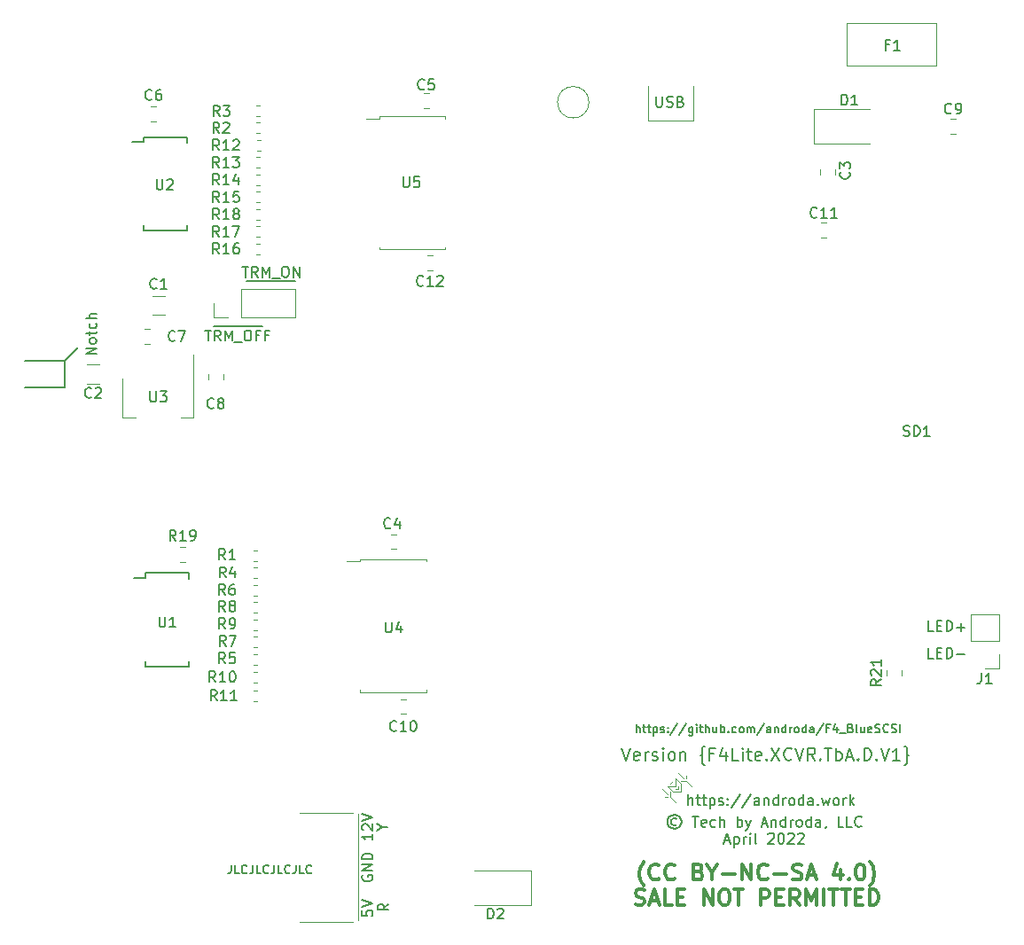
<source format=gbr>
%TF.GenerationSoftware,KiCad,Pcbnew,(6.0.2)*%
%TF.CreationDate,2022-04-15T06:19:47-06:00*%
%TF.ProjectId,XCVR_F4Lite_SMD_V1,58435652-5f46-4344-9c69-74655f534d44,rev?*%
%TF.SameCoordinates,Original*%
%TF.FileFunction,Legend,Top*%
%TF.FilePolarity,Positive*%
%FSLAX46Y46*%
G04 Gerber Fmt 4.6, Leading zero omitted, Abs format (unit mm)*
G04 Created by KiCad (PCBNEW (6.0.2)) date 2022-04-15 06:19:47*
%MOMM*%
%LPD*%
G01*
G04 APERTURE LIST*
%ADD10C,0.150000*%
%ADD11C,0.300000*%
%ADD12C,0.120000*%
G04 APERTURE END LIST*
D10*
X112212380Y-97154761D02*
X111212380Y-97154761D01*
X112212380Y-96583333D01*
X111212380Y-96583333D01*
X112212380Y-95964285D02*
X112164761Y-96059523D01*
X112117142Y-96107142D01*
X112021904Y-96154761D01*
X111736190Y-96154761D01*
X111640952Y-96107142D01*
X111593333Y-96059523D01*
X111545714Y-95964285D01*
X111545714Y-95821428D01*
X111593333Y-95726190D01*
X111640952Y-95678571D01*
X111736190Y-95630952D01*
X112021904Y-95630952D01*
X112117142Y-95678571D01*
X112164761Y-95726190D01*
X112212380Y-95821428D01*
X112212380Y-95964285D01*
X111545714Y-95345238D02*
X111545714Y-94964285D01*
X111212380Y-95202380D02*
X112069523Y-95202380D01*
X112164761Y-95154761D01*
X112212380Y-95059523D01*
X112212380Y-94964285D01*
X112164761Y-94202380D02*
X112212380Y-94297619D01*
X112212380Y-94488095D01*
X112164761Y-94583333D01*
X112117142Y-94630952D01*
X112021904Y-94678571D01*
X111736190Y-94678571D01*
X111640952Y-94630952D01*
X111593333Y-94583333D01*
X111545714Y-94488095D01*
X111545714Y-94297619D01*
X111593333Y-94202380D01*
X112212380Y-93773809D02*
X111212380Y-93773809D01*
X112212380Y-93345238D02*
X111688571Y-93345238D01*
X111593333Y-93392857D01*
X111545714Y-93488095D01*
X111545714Y-93630952D01*
X111593333Y-93726190D01*
X111640952Y-93773809D01*
X109220000Y-97790000D02*
X110490000Y-96520000D01*
X109220000Y-100330000D02*
X105410000Y-100330000D01*
X109220000Y-97790000D02*
X109220000Y-100330000D01*
X105410000Y-97790000D02*
X109220000Y-97790000D01*
X126532640Y-90210640D02*
X131201160Y-90210640D01*
X123431300Y-94470220D02*
X128036320Y-94470220D01*
X126157385Y-88801960D02*
X126728814Y-88801960D01*
X126443100Y-89801960D02*
X126443100Y-88801960D01*
X127633576Y-89801960D02*
X127300242Y-89325770D01*
X127062147Y-89801960D02*
X127062147Y-88801960D01*
X127443100Y-88801960D01*
X127538338Y-88849580D01*
X127585957Y-88897199D01*
X127633576Y-88992437D01*
X127633576Y-89135294D01*
X127585957Y-89230532D01*
X127538338Y-89278151D01*
X127443100Y-89325770D01*
X127062147Y-89325770D01*
X128062147Y-89801960D02*
X128062147Y-88801960D01*
X128395480Y-89516246D01*
X128728814Y-88801960D01*
X128728814Y-89801960D01*
X128966909Y-89897199D02*
X129728814Y-89897199D01*
X130157385Y-88801960D02*
X130347861Y-88801960D01*
X130443100Y-88849580D01*
X130538338Y-88944818D01*
X130585957Y-89135294D01*
X130585957Y-89468627D01*
X130538338Y-89659103D01*
X130443100Y-89754341D01*
X130347861Y-89801960D01*
X130157385Y-89801960D01*
X130062147Y-89754341D01*
X129966909Y-89659103D01*
X129919290Y-89468627D01*
X129919290Y-89135294D01*
X129966909Y-88944818D01*
X130062147Y-88849580D01*
X130157385Y-88801960D01*
X131014528Y-89801960D02*
X131014528Y-88801960D01*
X131585957Y-89801960D01*
X131585957Y-88801960D01*
X192154015Y-123622060D02*
X191677824Y-123622060D01*
X191677824Y-122622060D01*
X192487348Y-123098251D02*
X192820681Y-123098251D01*
X192963539Y-123622060D02*
X192487348Y-123622060D01*
X192487348Y-122622060D01*
X192963539Y-122622060D01*
X193392110Y-123622060D02*
X193392110Y-122622060D01*
X193630205Y-122622060D01*
X193773062Y-122669680D01*
X193868300Y-122764918D01*
X193915920Y-122860156D01*
X193963539Y-123050632D01*
X193963539Y-123193489D01*
X193915920Y-123383965D01*
X193868300Y-123479203D01*
X193773062Y-123574441D01*
X193630205Y-123622060D01*
X193392110Y-123622060D01*
X194392110Y-123241108D02*
X195154015Y-123241108D01*
X194773062Y-123622060D02*
X194773062Y-122860156D01*
X189286355Y-104948621D02*
X189429212Y-104996240D01*
X189667307Y-104996240D01*
X189762545Y-104948621D01*
X189810164Y-104901002D01*
X189857783Y-104805764D01*
X189857783Y-104710526D01*
X189810164Y-104615288D01*
X189762545Y-104567669D01*
X189667307Y-104520050D01*
X189476831Y-104472431D01*
X189381593Y-104424812D01*
X189333974Y-104377193D01*
X189286355Y-104281955D01*
X189286355Y-104186717D01*
X189333974Y-104091479D01*
X189381593Y-104043860D01*
X189476831Y-103996240D01*
X189714926Y-103996240D01*
X189857783Y-104043860D01*
X190286355Y-104996240D02*
X190286355Y-103996240D01*
X190524450Y-103996240D01*
X190667307Y-104043860D01*
X190762545Y-104139098D01*
X190810164Y-104234336D01*
X190857783Y-104424812D01*
X190857783Y-104567669D01*
X190810164Y-104758145D01*
X190762545Y-104853383D01*
X190667307Y-104948621D01*
X190524450Y-104996240D01*
X190286355Y-104996240D01*
X191810164Y-104996240D02*
X191238736Y-104996240D01*
X191524450Y-104996240D02*
X191524450Y-103996240D01*
X191429212Y-104139098D01*
X191333974Y-104234336D01*
X191238736Y-104281955D01*
X122580472Y-94880180D02*
X123151900Y-94880180D01*
X122866186Y-95880180D02*
X122866186Y-94880180D01*
X124056662Y-95880180D02*
X123723329Y-95403990D01*
X123485234Y-95880180D02*
X123485234Y-94880180D01*
X123866186Y-94880180D01*
X123961424Y-94927800D01*
X124009043Y-94975419D01*
X124056662Y-95070657D01*
X124056662Y-95213514D01*
X124009043Y-95308752D01*
X123961424Y-95356371D01*
X123866186Y-95403990D01*
X123485234Y-95403990D01*
X124485234Y-95880180D02*
X124485234Y-94880180D01*
X124818567Y-95594466D01*
X125151900Y-94880180D01*
X125151900Y-95880180D01*
X125389996Y-95975419D02*
X126151900Y-95975419D01*
X126580472Y-94880180D02*
X126770948Y-94880180D01*
X126866186Y-94927800D01*
X126961424Y-95023038D01*
X127009043Y-95213514D01*
X127009043Y-95546847D01*
X126961424Y-95737323D01*
X126866186Y-95832561D01*
X126770948Y-95880180D01*
X126580472Y-95880180D01*
X126485234Y-95832561D01*
X126389996Y-95737323D01*
X126342377Y-95546847D01*
X126342377Y-95213514D01*
X126389996Y-95023038D01*
X126485234Y-94927800D01*
X126580472Y-94880180D01*
X127770948Y-95356371D02*
X127437615Y-95356371D01*
X127437615Y-95880180D02*
X127437615Y-94880180D01*
X127913805Y-94880180D01*
X128628091Y-95356371D02*
X128294758Y-95356371D01*
X128294758Y-95880180D02*
X128294758Y-94880180D01*
X128770948Y-94880180D01*
X168740487Y-140231120D02*
X168740487Y-139231120D01*
X169169059Y-140231120D02*
X169169059Y-139707311D01*
X169121440Y-139612073D01*
X169026201Y-139564454D01*
X168883344Y-139564454D01*
X168788106Y-139612073D01*
X168740487Y-139659692D01*
X169502392Y-139564454D02*
X169883344Y-139564454D01*
X169645249Y-139231120D02*
X169645249Y-140088263D01*
X169692868Y-140183501D01*
X169788106Y-140231120D01*
X169883344Y-140231120D01*
X170073820Y-139564454D02*
X170454773Y-139564454D01*
X170216678Y-139231120D02*
X170216678Y-140088263D01*
X170264297Y-140183501D01*
X170359535Y-140231120D01*
X170454773Y-140231120D01*
X170788106Y-139564454D02*
X170788106Y-140564454D01*
X170788106Y-139612073D02*
X170883344Y-139564454D01*
X171073820Y-139564454D01*
X171169059Y-139612073D01*
X171216678Y-139659692D01*
X171264297Y-139754930D01*
X171264297Y-140040644D01*
X171216678Y-140135882D01*
X171169059Y-140183501D01*
X171073820Y-140231120D01*
X170883344Y-140231120D01*
X170788106Y-140183501D01*
X171645249Y-140183501D02*
X171740487Y-140231120D01*
X171930963Y-140231120D01*
X172026201Y-140183501D01*
X172073820Y-140088263D01*
X172073820Y-140040644D01*
X172026201Y-139945406D01*
X171930963Y-139897787D01*
X171788106Y-139897787D01*
X171692868Y-139850168D01*
X171645249Y-139754930D01*
X171645249Y-139707311D01*
X171692868Y-139612073D01*
X171788106Y-139564454D01*
X171930963Y-139564454D01*
X172026201Y-139612073D01*
X172502392Y-140135882D02*
X172550011Y-140183501D01*
X172502392Y-140231120D01*
X172454773Y-140183501D01*
X172502392Y-140135882D01*
X172502392Y-140231120D01*
X172502392Y-139612073D02*
X172550011Y-139659692D01*
X172502392Y-139707311D01*
X172454773Y-139659692D01*
X172502392Y-139612073D01*
X172502392Y-139707311D01*
X173692868Y-139183501D02*
X172835725Y-140469216D01*
X174740487Y-139183501D02*
X173883344Y-140469216D01*
X175502392Y-140231120D02*
X175502392Y-139707311D01*
X175454773Y-139612073D01*
X175359535Y-139564454D01*
X175169059Y-139564454D01*
X175073820Y-139612073D01*
X175502392Y-140183501D02*
X175407154Y-140231120D01*
X175169059Y-140231120D01*
X175073820Y-140183501D01*
X175026201Y-140088263D01*
X175026201Y-139993025D01*
X175073820Y-139897787D01*
X175169059Y-139850168D01*
X175407154Y-139850168D01*
X175502392Y-139802549D01*
X175978582Y-139564454D02*
X175978582Y-140231120D01*
X175978582Y-139659692D02*
X176026201Y-139612073D01*
X176121440Y-139564454D01*
X176264297Y-139564454D01*
X176359535Y-139612073D01*
X176407154Y-139707311D01*
X176407154Y-140231120D01*
X177311916Y-140231120D02*
X177311916Y-139231120D01*
X177311916Y-140183501D02*
X177216678Y-140231120D01*
X177026201Y-140231120D01*
X176930963Y-140183501D01*
X176883344Y-140135882D01*
X176835725Y-140040644D01*
X176835725Y-139754930D01*
X176883344Y-139659692D01*
X176930963Y-139612073D01*
X177026201Y-139564454D01*
X177216678Y-139564454D01*
X177311916Y-139612073D01*
X177788106Y-140231120D02*
X177788106Y-139564454D01*
X177788106Y-139754930D02*
X177835725Y-139659692D01*
X177883344Y-139612073D01*
X177978582Y-139564454D01*
X178073820Y-139564454D01*
X178550011Y-140231120D02*
X178454773Y-140183501D01*
X178407154Y-140135882D01*
X178359535Y-140040644D01*
X178359535Y-139754930D01*
X178407154Y-139659692D01*
X178454773Y-139612073D01*
X178550011Y-139564454D01*
X178692868Y-139564454D01*
X178788106Y-139612073D01*
X178835725Y-139659692D01*
X178883344Y-139754930D01*
X178883344Y-140040644D01*
X178835725Y-140135882D01*
X178788106Y-140183501D01*
X178692868Y-140231120D01*
X178550011Y-140231120D01*
X179740487Y-140231120D02*
X179740487Y-139231120D01*
X179740487Y-140183501D02*
X179645249Y-140231120D01*
X179454773Y-140231120D01*
X179359535Y-140183501D01*
X179311916Y-140135882D01*
X179264297Y-140040644D01*
X179264297Y-139754930D01*
X179311916Y-139659692D01*
X179359535Y-139612073D01*
X179454773Y-139564454D01*
X179645249Y-139564454D01*
X179740487Y-139612073D01*
X180645249Y-140231120D02*
X180645249Y-139707311D01*
X180597630Y-139612073D01*
X180502392Y-139564454D01*
X180311916Y-139564454D01*
X180216678Y-139612073D01*
X180645249Y-140183501D02*
X180550011Y-140231120D01*
X180311916Y-140231120D01*
X180216678Y-140183501D01*
X180169059Y-140088263D01*
X180169059Y-139993025D01*
X180216678Y-139897787D01*
X180311916Y-139850168D01*
X180550011Y-139850168D01*
X180645249Y-139802549D01*
X181121440Y-140135882D02*
X181169059Y-140183501D01*
X181121440Y-140231120D01*
X181073820Y-140183501D01*
X181121440Y-140135882D01*
X181121440Y-140231120D01*
X181502392Y-139564454D02*
X181692868Y-140231120D01*
X181883344Y-139754930D01*
X182073820Y-140231120D01*
X182264297Y-139564454D01*
X182788106Y-140231120D02*
X182692868Y-140183501D01*
X182645249Y-140135882D01*
X182597630Y-140040644D01*
X182597630Y-139754930D01*
X182645249Y-139659692D01*
X182692868Y-139612073D01*
X182788106Y-139564454D01*
X182930963Y-139564454D01*
X183026201Y-139612073D01*
X183073820Y-139659692D01*
X183121440Y-139754930D01*
X183121440Y-140040644D01*
X183073820Y-140135882D01*
X183026201Y-140183501D01*
X182930963Y-140231120D01*
X182788106Y-140231120D01*
X183550011Y-140231120D02*
X183550011Y-139564454D01*
X183550011Y-139754930D02*
X183597630Y-139659692D01*
X183645249Y-139612073D01*
X183740487Y-139564454D01*
X183835725Y-139564454D01*
X184169059Y-140231120D02*
X184169059Y-139231120D01*
X184264297Y-139850168D02*
X184550011Y-140231120D01*
X184550011Y-139564454D02*
X184169059Y-139945406D01*
X125087841Y-145944644D02*
X125087841Y-146516073D01*
X125049746Y-146630359D01*
X124973556Y-146706549D01*
X124859270Y-146744644D01*
X124783080Y-146744644D01*
X125849746Y-146744644D02*
X125468794Y-146744644D01*
X125468794Y-145944644D01*
X126573556Y-146668454D02*
X126535460Y-146706549D01*
X126421175Y-146744644D01*
X126344984Y-146744644D01*
X126230699Y-146706549D01*
X126154508Y-146630359D01*
X126116413Y-146554168D01*
X126078318Y-146401787D01*
X126078318Y-146287501D01*
X126116413Y-146135120D01*
X126154508Y-146058930D01*
X126230699Y-145982740D01*
X126344984Y-145944644D01*
X126421175Y-145944644D01*
X126535460Y-145982740D01*
X126573556Y-146020835D01*
X127144984Y-145944644D02*
X127144984Y-146516073D01*
X127106889Y-146630359D01*
X127030699Y-146706549D01*
X126916413Y-146744644D01*
X126840222Y-146744644D01*
X127906889Y-146744644D02*
X127525937Y-146744644D01*
X127525937Y-145944644D01*
X128630699Y-146668454D02*
X128592603Y-146706549D01*
X128478318Y-146744644D01*
X128402127Y-146744644D01*
X128287841Y-146706549D01*
X128211651Y-146630359D01*
X128173556Y-146554168D01*
X128135460Y-146401787D01*
X128135460Y-146287501D01*
X128173556Y-146135120D01*
X128211651Y-146058930D01*
X128287841Y-145982740D01*
X128402127Y-145944644D01*
X128478318Y-145944644D01*
X128592603Y-145982740D01*
X128630699Y-146020835D01*
X129202127Y-145944644D02*
X129202127Y-146516073D01*
X129164032Y-146630359D01*
X129087841Y-146706549D01*
X128973556Y-146744644D01*
X128897365Y-146744644D01*
X129964032Y-146744644D02*
X129583080Y-146744644D01*
X129583080Y-145944644D01*
X130687841Y-146668454D02*
X130649746Y-146706549D01*
X130535460Y-146744644D01*
X130459270Y-146744644D01*
X130344984Y-146706549D01*
X130268794Y-146630359D01*
X130230699Y-146554168D01*
X130192603Y-146401787D01*
X130192603Y-146287501D01*
X130230699Y-146135120D01*
X130268794Y-146058930D01*
X130344984Y-145982740D01*
X130459270Y-145944644D01*
X130535460Y-145944644D01*
X130649746Y-145982740D01*
X130687841Y-146020835D01*
X131259270Y-145944644D02*
X131259270Y-146516073D01*
X131221175Y-146630359D01*
X131144984Y-146706549D01*
X131030699Y-146744644D01*
X130954508Y-146744644D01*
X132021175Y-146744644D02*
X131640222Y-146744644D01*
X131640222Y-145944644D01*
X132744984Y-146668454D02*
X132706889Y-146706549D01*
X132592603Y-146744644D01*
X132516413Y-146744644D01*
X132402127Y-146706549D01*
X132325937Y-146630359D01*
X132287841Y-146554168D01*
X132249746Y-146401787D01*
X132249746Y-146287501D01*
X132287841Y-146135120D01*
X132325937Y-146058930D01*
X132402127Y-145982740D01*
X132516413Y-145944644D01*
X132592603Y-145944644D01*
X132706889Y-145982740D01*
X132744984Y-146020835D01*
X167601998Y-141539496D02*
X167506760Y-141491877D01*
X167316283Y-141491877D01*
X167221045Y-141539496D01*
X167125807Y-141634734D01*
X167078188Y-141729972D01*
X167078188Y-141920448D01*
X167125807Y-142015686D01*
X167221045Y-142110924D01*
X167316283Y-142158543D01*
X167506760Y-142158543D01*
X167601998Y-142110924D01*
X167411521Y-141158543D02*
X167173426Y-141206162D01*
X166935331Y-141349020D01*
X166792474Y-141587115D01*
X166744855Y-141825210D01*
X166792474Y-142063305D01*
X166935331Y-142301400D01*
X167173426Y-142444258D01*
X167411521Y-142491877D01*
X167649617Y-142444258D01*
X167887712Y-142301400D01*
X168030569Y-142063305D01*
X168078188Y-141825210D01*
X168030569Y-141587115D01*
X167887712Y-141349020D01*
X167649617Y-141206162D01*
X167411521Y-141158543D01*
X169125807Y-141301400D02*
X169697236Y-141301400D01*
X169411521Y-142301400D02*
X169411521Y-141301400D01*
X170411521Y-142253781D02*
X170316283Y-142301400D01*
X170125807Y-142301400D01*
X170030569Y-142253781D01*
X169982950Y-142158543D01*
X169982950Y-141777591D01*
X170030569Y-141682353D01*
X170125807Y-141634734D01*
X170316283Y-141634734D01*
X170411521Y-141682353D01*
X170459140Y-141777591D01*
X170459140Y-141872829D01*
X169982950Y-141968067D01*
X171316283Y-142253781D02*
X171221045Y-142301400D01*
X171030569Y-142301400D01*
X170935331Y-142253781D01*
X170887712Y-142206162D01*
X170840093Y-142110924D01*
X170840093Y-141825210D01*
X170887712Y-141729972D01*
X170935331Y-141682353D01*
X171030569Y-141634734D01*
X171221045Y-141634734D01*
X171316283Y-141682353D01*
X171744855Y-142301400D02*
X171744855Y-141301400D01*
X172173426Y-142301400D02*
X172173426Y-141777591D01*
X172125807Y-141682353D01*
X172030569Y-141634734D01*
X171887712Y-141634734D01*
X171792474Y-141682353D01*
X171744855Y-141729972D01*
X173411521Y-142301400D02*
X173411521Y-141301400D01*
X173411521Y-141682353D02*
X173506760Y-141634734D01*
X173697236Y-141634734D01*
X173792474Y-141682353D01*
X173840093Y-141729972D01*
X173887712Y-141825210D01*
X173887712Y-142110924D01*
X173840093Y-142206162D01*
X173792474Y-142253781D01*
X173697236Y-142301400D01*
X173506760Y-142301400D01*
X173411521Y-142253781D01*
X174221045Y-141634734D02*
X174459140Y-142301400D01*
X174697236Y-141634734D02*
X174459140Y-142301400D01*
X174363902Y-142539496D01*
X174316283Y-142587115D01*
X174221045Y-142634734D01*
X175792474Y-142015686D02*
X176268664Y-142015686D01*
X175697236Y-142301400D02*
X176030569Y-141301400D01*
X176363902Y-142301400D01*
X176697236Y-141634734D02*
X176697236Y-142301400D01*
X176697236Y-141729972D02*
X176744855Y-141682353D01*
X176840093Y-141634734D01*
X176982950Y-141634734D01*
X177078188Y-141682353D01*
X177125807Y-141777591D01*
X177125807Y-142301400D01*
X178030569Y-142301400D02*
X178030569Y-141301400D01*
X178030569Y-142253781D02*
X177935331Y-142301400D01*
X177744855Y-142301400D01*
X177649617Y-142253781D01*
X177601998Y-142206162D01*
X177554379Y-142110924D01*
X177554379Y-141825210D01*
X177601998Y-141729972D01*
X177649617Y-141682353D01*
X177744855Y-141634734D01*
X177935331Y-141634734D01*
X178030569Y-141682353D01*
X178506760Y-142301400D02*
X178506760Y-141634734D01*
X178506760Y-141825210D02*
X178554379Y-141729972D01*
X178601998Y-141682353D01*
X178697236Y-141634734D01*
X178792474Y-141634734D01*
X179268664Y-142301400D02*
X179173426Y-142253781D01*
X179125807Y-142206162D01*
X179078188Y-142110924D01*
X179078188Y-141825210D01*
X179125807Y-141729972D01*
X179173426Y-141682353D01*
X179268664Y-141634734D01*
X179411521Y-141634734D01*
X179506760Y-141682353D01*
X179554379Y-141729972D01*
X179601998Y-141825210D01*
X179601998Y-142110924D01*
X179554379Y-142206162D01*
X179506760Y-142253781D01*
X179411521Y-142301400D01*
X179268664Y-142301400D01*
X180459140Y-142301400D02*
X180459140Y-141301400D01*
X180459140Y-142253781D02*
X180363902Y-142301400D01*
X180173426Y-142301400D01*
X180078188Y-142253781D01*
X180030569Y-142206162D01*
X179982950Y-142110924D01*
X179982950Y-141825210D01*
X180030569Y-141729972D01*
X180078188Y-141682353D01*
X180173426Y-141634734D01*
X180363902Y-141634734D01*
X180459140Y-141682353D01*
X181363902Y-142301400D02*
X181363902Y-141777591D01*
X181316283Y-141682353D01*
X181221045Y-141634734D01*
X181030569Y-141634734D01*
X180935331Y-141682353D01*
X181363902Y-142253781D02*
X181268664Y-142301400D01*
X181030569Y-142301400D01*
X180935331Y-142253781D01*
X180887712Y-142158543D01*
X180887712Y-142063305D01*
X180935331Y-141968067D01*
X181030569Y-141920448D01*
X181268664Y-141920448D01*
X181363902Y-141872829D01*
X181887712Y-142253781D02*
X181887712Y-142301400D01*
X181840093Y-142396639D01*
X181792474Y-142444258D01*
X183554379Y-142301400D02*
X183078188Y-142301400D01*
X183078188Y-141301400D01*
X184363902Y-142301400D02*
X183887712Y-142301400D01*
X183887712Y-141301400D01*
X185268664Y-142206162D02*
X185221045Y-142253781D01*
X185078188Y-142301400D01*
X184982950Y-142301400D01*
X184840093Y-142253781D01*
X184744855Y-142158543D01*
X184697236Y-142063305D01*
X184649617Y-141872829D01*
X184649617Y-141729972D01*
X184697236Y-141539496D01*
X184744855Y-141444258D01*
X184840093Y-141349020D01*
X184982950Y-141301400D01*
X185078188Y-141301400D01*
X185221045Y-141349020D01*
X185268664Y-141396639D01*
X172221045Y-143625686D02*
X172697236Y-143625686D01*
X172125807Y-143911400D02*
X172459140Y-142911400D01*
X172792474Y-143911400D01*
X173125807Y-143244734D02*
X173125807Y-144244734D01*
X173125807Y-143292353D02*
X173221045Y-143244734D01*
X173411521Y-143244734D01*
X173506760Y-143292353D01*
X173554379Y-143339972D01*
X173601998Y-143435210D01*
X173601998Y-143720924D01*
X173554379Y-143816162D01*
X173506760Y-143863781D01*
X173411521Y-143911400D01*
X173221045Y-143911400D01*
X173125807Y-143863781D01*
X174030569Y-143911400D02*
X174030569Y-143244734D01*
X174030569Y-143435210D02*
X174078188Y-143339972D01*
X174125807Y-143292353D01*
X174221045Y-143244734D01*
X174316283Y-143244734D01*
X174649617Y-143911400D02*
X174649617Y-143244734D01*
X174649617Y-142911400D02*
X174601998Y-142959020D01*
X174649617Y-143006639D01*
X174697236Y-142959020D01*
X174649617Y-142911400D01*
X174649617Y-143006639D01*
X175268664Y-143911400D02*
X175173426Y-143863781D01*
X175125807Y-143768543D01*
X175125807Y-142911400D01*
X176363902Y-143006639D02*
X176411521Y-142959020D01*
X176506760Y-142911400D01*
X176744855Y-142911400D01*
X176840093Y-142959020D01*
X176887712Y-143006639D01*
X176935331Y-143101877D01*
X176935331Y-143197115D01*
X176887712Y-143339972D01*
X176316283Y-143911400D01*
X176935331Y-143911400D01*
X177554379Y-142911400D02*
X177649617Y-142911400D01*
X177744855Y-142959020D01*
X177792474Y-143006639D01*
X177840093Y-143101877D01*
X177887712Y-143292353D01*
X177887712Y-143530448D01*
X177840093Y-143720924D01*
X177792474Y-143816162D01*
X177744855Y-143863781D01*
X177649617Y-143911400D01*
X177554379Y-143911400D01*
X177459140Y-143863781D01*
X177411521Y-143816162D01*
X177363902Y-143720924D01*
X177316283Y-143530448D01*
X177316283Y-143292353D01*
X177363902Y-143101877D01*
X177411521Y-143006639D01*
X177459140Y-142959020D01*
X177554379Y-142911400D01*
X178268664Y-143006639D02*
X178316283Y-142959020D01*
X178411521Y-142911400D01*
X178649617Y-142911400D01*
X178744855Y-142959020D01*
X178792474Y-143006639D01*
X178840093Y-143101877D01*
X178840093Y-143197115D01*
X178792474Y-143339972D01*
X178221045Y-143911400D01*
X178840093Y-143911400D01*
X179221045Y-143006639D02*
X179268664Y-142959020D01*
X179363902Y-142911400D01*
X179601998Y-142911400D01*
X179697236Y-142959020D01*
X179744855Y-143006639D01*
X179792474Y-143101877D01*
X179792474Y-143197115D01*
X179744855Y-143339972D01*
X179173426Y-143911400D01*
X179792474Y-143911400D01*
D11*
X164514285Y-147932500D02*
X164442857Y-147861071D01*
X164300000Y-147646785D01*
X164228571Y-147503928D01*
X164157142Y-147289642D01*
X164085714Y-146932500D01*
X164085714Y-146646785D01*
X164157142Y-146289642D01*
X164228571Y-146075357D01*
X164300000Y-145932500D01*
X164442857Y-145718214D01*
X164514285Y-145646785D01*
X165942857Y-147218214D02*
X165871428Y-147289642D01*
X165657142Y-147361071D01*
X165514285Y-147361071D01*
X165300000Y-147289642D01*
X165157142Y-147146785D01*
X165085714Y-147003928D01*
X165014285Y-146718214D01*
X165014285Y-146503928D01*
X165085714Y-146218214D01*
X165157142Y-146075357D01*
X165300000Y-145932500D01*
X165514285Y-145861071D01*
X165657142Y-145861071D01*
X165871428Y-145932500D01*
X165942857Y-146003928D01*
X167442857Y-147218214D02*
X167371428Y-147289642D01*
X167157142Y-147361071D01*
X167014285Y-147361071D01*
X166800000Y-147289642D01*
X166657142Y-147146785D01*
X166585714Y-147003928D01*
X166514285Y-146718214D01*
X166514285Y-146503928D01*
X166585714Y-146218214D01*
X166657142Y-146075357D01*
X166800000Y-145932500D01*
X167014285Y-145861071D01*
X167157142Y-145861071D01*
X167371428Y-145932500D01*
X167442857Y-146003928D01*
X169728571Y-146575357D02*
X169942857Y-146646785D01*
X170014285Y-146718214D01*
X170085714Y-146861071D01*
X170085714Y-147075357D01*
X170014285Y-147218214D01*
X169942857Y-147289642D01*
X169800000Y-147361071D01*
X169228571Y-147361071D01*
X169228571Y-145861071D01*
X169728571Y-145861071D01*
X169871428Y-145932500D01*
X169942857Y-146003928D01*
X170014285Y-146146785D01*
X170014285Y-146289642D01*
X169942857Y-146432500D01*
X169871428Y-146503928D01*
X169728571Y-146575357D01*
X169228571Y-146575357D01*
X171014285Y-146646785D02*
X171014285Y-147361071D01*
X170514285Y-145861071D02*
X171014285Y-146646785D01*
X171514285Y-145861071D01*
X172014285Y-146789642D02*
X173157142Y-146789642D01*
X173871428Y-147361071D02*
X173871428Y-145861071D01*
X174728571Y-147361071D01*
X174728571Y-145861071D01*
X176300000Y-147218214D02*
X176228571Y-147289642D01*
X176014285Y-147361071D01*
X175871428Y-147361071D01*
X175657142Y-147289642D01*
X175514285Y-147146785D01*
X175442857Y-147003928D01*
X175371428Y-146718214D01*
X175371428Y-146503928D01*
X175442857Y-146218214D01*
X175514285Y-146075357D01*
X175657142Y-145932500D01*
X175871428Y-145861071D01*
X176014285Y-145861071D01*
X176228571Y-145932500D01*
X176300000Y-146003928D01*
X176942857Y-146789642D02*
X178085714Y-146789642D01*
X178728571Y-147289642D02*
X178942857Y-147361071D01*
X179300000Y-147361071D01*
X179442857Y-147289642D01*
X179514285Y-147218214D01*
X179585714Y-147075357D01*
X179585714Y-146932500D01*
X179514285Y-146789642D01*
X179442857Y-146718214D01*
X179300000Y-146646785D01*
X179014285Y-146575357D01*
X178871428Y-146503928D01*
X178800000Y-146432500D01*
X178728571Y-146289642D01*
X178728571Y-146146785D01*
X178800000Y-146003928D01*
X178871428Y-145932500D01*
X179014285Y-145861071D01*
X179371428Y-145861071D01*
X179585714Y-145932500D01*
X180157142Y-146932500D02*
X180871428Y-146932500D01*
X180014285Y-147361071D02*
X180514285Y-145861071D01*
X181014285Y-147361071D01*
X183300000Y-146361071D02*
X183300000Y-147361071D01*
X182942857Y-145789642D02*
X182585714Y-146861071D01*
X183514285Y-146861071D01*
X184085714Y-147218214D02*
X184157142Y-147289642D01*
X184085714Y-147361071D01*
X184014285Y-147289642D01*
X184085714Y-147218214D01*
X184085714Y-147361071D01*
X185085714Y-145861071D02*
X185228571Y-145861071D01*
X185371428Y-145932500D01*
X185442857Y-146003928D01*
X185514285Y-146146785D01*
X185585714Y-146432500D01*
X185585714Y-146789642D01*
X185514285Y-147075357D01*
X185442857Y-147218214D01*
X185371428Y-147289642D01*
X185228571Y-147361071D01*
X185085714Y-147361071D01*
X184942857Y-147289642D01*
X184871428Y-147218214D01*
X184800000Y-147075357D01*
X184728571Y-146789642D01*
X184728571Y-146432500D01*
X184800000Y-146146785D01*
X184871428Y-146003928D01*
X184942857Y-145932500D01*
X185085714Y-145861071D01*
X186085714Y-147932500D02*
X186157142Y-147861071D01*
X186300000Y-147646785D01*
X186371428Y-147503928D01*
X186442857Y-147289642D01*
X186514285Y-146932500D01*
X186514285Y-146646785D01*
X186442857Y-146289642D01*
X186371428Y-146075357D01*
X186300000Y-145932500D01*
X186157142Y-145718214D01*
X186085714Y-145646785D01*
X163692857Y-149704642D02*
X163907142Y-149776071D01*
X164264285Y-149776071D01*
X164407142Y-149704642D01*
X164478571Y-149633214D01*
X164550000Y-149490357D01*
X164550000Y-149347500D01*
X164478571Y-149204642D01*
X164407142Y-149133214D01*
X164264285Y-149061785D01*
X163978571Y-148990357D01*
X163835714Y-148918928D01*
X163764285Y-148847500D01*
X163692857Y-148704642D01*
X163692857Y-148561785D01*
X163764285Y-148418928D01*
X163835714Y-148347500D01*
X163978571Y-148276071D01*
X164335714Y-148276071D01*
X164550000Y-148347500D01*
X165121428Y-149347500D02*
X165835714Y-149347500D01*
X164978571Y-149776071D02*
X165478571Y-148276071D01*
X165978571Y-149776071D01*
X167192857Y-149776071D02*
X166478571Y-149776071D01*
X166478571Y-148276071D01*
X167692857Y-148990357D02*
X168192857Y-148990357D01*
X168407142Y-149776071D02*
X167692857Y-149776071D01*
X167692857Y-148276071D01*
X168407142Y-148276071D01*
X170192857Y-149776071D02*
X170192857Y-148276071D01*
X171050000Y-149776071D01*
X171050000Y-148276071D01*
X172050000Y-148276071D02*
X172335714Y-148276071D01*
X172478571Y-148347500D01*
X172621428Y-148490357D01*
X172692857Y-148776071D01*
X172692857Y-149276071D01*
X172621428Y-149561785D01*
X172478571Y-149704642D01*
X172335714Y-149776071D01*
X172050000Y-149776071D01*
X171907142Y-149704642D01*
X171764285Y-149561785D01*
X171692857Y-149276071D01*
X171692857Y-148776071D01*
X171764285Y-148490357D01*
X171907142Y-148347500D01*
X172050000Y-148276071D01*
X173121428Y-148276071D02*
X173978571Y-148276071D01*
X173550000Y-149776071D02*
X173550000Y-148276071D01*
X175621428Y-149776071D02*
X175621428Y-148276071D01*
X176192857Y-148276071D01*
X176335714Y-148347500D01*
X176407142Y-148418928D01*
X176478571Y-148561785D01*
X176478571Y-148776071D01*
X176407142Y-148918928D01*
X176335714Y-148990357D01*
X176192857Y-149061785D01*
X175621428Y-149061785D01*
X177121428Y-148990357D02*
X177621428Y-148990357D01*
X177835714Y-149776071D02*
X177121428Y-149776071D01*
X177121428Y-148276071D01*
X177835714Y-148276071D01*
X179335714Y-149776071D02*
X178835714Y-149061785D01*
X178478571Y-149776071D02*
X178478571Y-148276071D01*
X179050000Y-148276071D01*
X179192857Y-148347500D01*
X179264285Y-148418928D01*
X179335714Y-148561785D01*
X179335714Y-148776071D01*
X179264285Y-148918928D01*
X179192857Y-148990357D01*
X179050000Y-149061785D01*
X178478571Y-149061785D01*
X179978571Y-149776071D02*
X179978571Y-148276071D01*
X180478571Y-149347500D01*
X180978571Y-148276071D01*
X180978571Y-149776071D01*
X181692857Y-149776071D02*
X181692857Y-148276071D01*
X182192857Y-148276071D02*
X183050000Y-148276071D01*
X182621428Y-149776071D02*
X182621428Y-148276071D01*
X183335714Y-148276071D02*
X184192857Y-148276071D01*
X183764285Y-149776071D02*
X183764285Y-148276071D01*
X184692857Y-148990357D02*
X185192857Y-148990357D01*
X185407142Y-149776071D02*
X184692857Y-149776071D01*
X184692857Y-148276071D01*
X185407142Y-148276071D01*
X186050000Y-149776071D02*
X186050000Y-148276071D01*
X186407142Y-148276071D01*
X186621428Y-148347500D01*
X186764285Y-148490357D01*
X186835714Y-148633214D01*
X186907142Y-148918928D01*
X186907142Y-149133214D01*
X186835714Y-149418928D01*
X186764285Y-149561785D01*
X186621428Y-149704642D01*
X186407142Y-149776071D01*
X186050000Y-149776071D01*
D10*
X192154015Y-126207780D02*
X191677824Y-126207780D01*
X191677824Y-125207780D01*
X192487348Y-125683971D02*
X192820681Y-125683971D01*
X192963539Y-126207780D02*
X192487348Y-126207780D01*
X192487348Y-125207780D01*
X192963539Y-125207780D01*
X193392110Y-126207780D02*
X193392110Y-125207780D01*
X193630205Y-125207780D01*
X193773062Y-125255400D01*
X193868300Y-125350638D01*
X193915920Y-125445876D01*
X193963539Y-125636352D01*
X193963539Y-125779209D01*
X193915920Y-125969685D01*
X193868300Y-126064923D01*
X193773062Y-126160161D01*
X193630205Y-126207780D01*
X193392110Y-126207780D01*
X194392110Y-125826828D02*
X195154015Y-125826828D01*
X163759523Y-133301904D02*
X163759523Y-132501904D01*
X164102380Y-133301904D02*
X164102380Y-132882857D01*
X164064285Y-132806666D01*
X163988095Y-132768571D01*
X163873809Y-132768571D01*
X163797619Y-132806666D01*
X163759523Y-132844761D01*
X164369047Y-132768571D02*
X164673809Y-132768571D01*
X164483333Y-132501904D02*
X164483333Y-133187619D01*
X164521428Y-133263809D01*
X164597619Y-133301904D01*
X164673809Y-133301904D01*
X164826190Y-132768571D02*
X165130952Y-132768571D01*
X164940476Y-132501904D02*
X164940476Y-133187619D01*
X164978571Y-133263809D01*
X165054761Y-133301904D01*
X165130952Y-133301904D01*
X165397619Y-132768571D02*
X165397619Y-133568571D01*
X165397619Y-132806666D02*
X165473809Y-132768571D01*
X165626190Y-132768571D01*
X165702380Y-132806666D01*
X165740476Y-132844761D01*
X165778571Y-132920952D01*
X165778571Y-133149523D01*
X165740476Y-133225714D01*
X165702380Y-133263809D01*
X165626190Y-133301904D01*
X165473809Y-133301904D01*
X165397619Y-133263809D01*
X166083333Y-133263809D02*
X166159523Y-133301904D01*
X166311904Y-133301904D01*
X166388095Y-133263809D01*
X166426190Y-133187619D01*
X166426190Y-133149523D01*
X166388095Y-133073333D01*
X166311904Y-133035238D01*
X166197619Y-133035238D01*
X166121428Y-132997142D01*
X166083333Y-132920952D01*
X166083333Y-132882857D01*
X166121428Y-132806666D01*
X166197619Y-132768571D01*
X166311904Y-132768571D01*
X166388095Y-132806666D01*
X166769047Y-133225714D02*
X166807142Y-133263809D01*
X166769047Y-133301904D01*
X166730952Y-133263809D01*
X166769047Y-133225714D01*
X166769047Y-133301904D01*
X166769047Y-132806666D02*
X166807142Y-132844761D01*
X166769047Y-132882857D01*
X166730952Y-132844761D01*
X166769047Y-132806666D01*
X166769047Y-132882857D01*
X167721428Y-132463809D02*
X167035714Y-133492380D01*
X168559523Y-132463809D02*
X167873809Y-133492380D01*
X169169047Y-132768571D02*
X169169047Y-133416190D01*
X169130952Y-133492380D01*
X169092857Y-133530476D01*
X169016666Y-133568571D01*
X168902380Y-133568571D01*
X168826190Y-133530476D01*
X169169047Y-133263809D02*
X169092857Y-133301904D01*
X168940476Y-133301904D01*
X168864285Y-133263809D01*
X168826190Y-133225714D01*
X168788095Y-133149523D01*
X168788095Y-132920952D01*
X168826190Y-132844761D01*
X168864285Y-132806666D01*
X168940476Y-132768571D01*
X169092857Y-132768571D01*
X169169047Y-132806666D01*
X169550000Y-133301904D02*
X169550000Y-132768571D01*
X169550000Y-132501904D02*
X169511904Y-132540000D01*
X169550000Y-132578095D01*
X169588095Y-132540000D01*
X169550000Y-132501904D01*
X169550000Y-132578095D01*
X169816666Y-132768571D02*
X170121428Y-132768571D01*
X169930952Y-132501904D02*
X169930952Y-133187619D01*
X169969047Y-133263809D01*
X170045238Y-133301904D01*
X170121428Y-133301904D01*
X170388095Y-133301904D02*
X170388095Y-132501904D01*
X170730952Y-133301904D02*
X170730952Y-132882857D01*
X170692857Y-132806666D01*
X170616666Y-132768571D01*
X170502380Y-132768571D01*
X170426190Y-132806666D01*
X170388095Y-132844761D01*
X171454761Y-132768571D02*
X171454761Y-133301904D01*
X171111904Y-132768571D02*
X171111904Y-133187619D01*
X171150000Y-133263809D01*
X171226190Y-133301904D01*
X171340476Y-133301904D01*
X171416666Y-133263809D01*
X171454761Y-133225714D01*
X171835714Y-133301904D02*
X171835714Y-132501904D01*
X171835714Y-132806666D02*
X171911904Y-132768571D01*
X172064285Y-132768571D01*
X172140476Y-132806666D01*
X172178571Y-132844761D01*
X172216666Y-132920952D01*
X172216666Y-133149523D01*
X172178571Y-133225714D01*
X172140476Y-133263809D01*
X172064285Y-133301904D01*
X171911904Y-133301904D01*
X171835714Y-133263809D01*
X172559523Y-133225714D02*
X172597619Y-133263809D01*
X172559523Y-133301904D01*
X172521428Y-133263809D01*
X172559523Y-133225714D01*
X172559523Y-133301904D01*
X173283333Y-133263809D02*
X173207142Y-133301904D01*
X173054761Y-133301904D01*
X172978571Y-133263809D01*
X172940476Y-133225714D01*
X172902380Y-133149523D01*
X172902380Y-132920952D01*
X172940476Y-132844761D01*
X172978571Y-132806666D01*
X173054761Y-132768571D01*
X173207142Y-132768571D01*
X173283333Y-132806666D01*
X173740476Y-133301904D02*
X173664285Y-133263809D01*
X173626190Y-133225714D01*
X173588095Y-133149523D01*
X173588095Y-132920952D01*
X173626190Y-132844761D01*
X173664285Y-132806666D01*
X173740476Y-132768571D01*
X173854761Y-132768571D01*
X173930952Y-132806666D01*
X173969047Y-132844761D01*
X174007142Y-132920952D01*
X174007142Y-133149523D01*
X173969047Y-133225714D01*
X173930952Y-133263809D01*
X173854761Y-133301904D01*
X173740476Y-133301904D01*
X174350000Y-133301904D02*
X174350000Y-132768571D01*
X174350000Y-132844761D02*
X174388095Y-132806666D01*
X174464285Y-132768571D01*
X174578571Y-132768571D01*
X174654761Y-132806666D01*
X174692857Y-132882857D01*
X174692857Y-133301904D01*
X174692857Y-132882857D02*
X174730952Y-132806666D01*
X174807142Y-132768571D01*
X174921428Y-132768571D01*
X174997619Y-132806666D01*
X175035714Y-132882857D01*
X175035714Y-133301904D01*
X175988095Y-132463809D02*
X175302380Y-133492380D01*
X176597619Y-133301904D02*
X176597619Y-132882857D01*
X176559523Y-132806666D01*
X176483333Y-132768571D01*
X176330952Y-132768571D01*
X176254761Y-132806666D01*
X176597619Y-133263809D02*
X176521428Y-133301904D01*
X176330952Y-133301904D01*
X176254761Y-133263809D01*
X176216666Y-133187619D01*
X176216666Y-133111428D01*
X176254761Y-133035238D01*
X176330952Y-132997142D01*
X176521428Y-132997142D01*
X176597619Y-132959047D01*
X176978571Y-132768571D02*
X176978571Y-133301904D01*
X176978571Y-132844761D02*
X177016666Y-132806666D01*
X177092857Y-132768571D01*
X177207142Y-132768571D01*
X177283333Y-132806666D01*
X177321428Y-132882857D01*
X177321428Y-133301904D01*
X178045238Y-133301904D02*
X178045238Y-132501904D01*
X178045238Y-133263809D02*
X177969047Y-133301904D01*
X177816666Y-133301904D01*
X177740476Y-133263809D01*
X177702380Y-133225714D01*
X177664285Y-133149523D01*
X177664285Y-132920952D01*
X177702380Y-132844761D01*
X177740476Y-132806666D01*
X177816666Y-132768571D01*
X177969047Y-132768571D01*
X178045238Y-132806666D01*
X178426190Y-133301904D02*
X178426190Y-132768571D01*
X178426190Y-132920952D02*
X178464285Y-132844761D01*
X178502380Y-132806666D01*
X178578571Y-132768571D01*
X178654761Y-132768571D01*
X179035714Y-133301904D02*
X178959523Y-133263809D01*
X178921428Y-133225714D01*
X178883333Y-133149523D01*
X178883333Y-132920952D01*
X178921428Y-132844761D01*
X178959523Y-132806666D01*
X179035714Y-132768571D01*
X179150000Y-132768571D01*
X179226190Y-132806666D01*
X179264285Y-132844761D01*
X179302380Y-132920952D01*
X179302380Y-133149523D01*
X179264285Y-133225714D01*
X179226190Y-133263809D01*
X179150000Y-133301904D01*
X179035714Y-133301904D01*
X179988095Y-133301904D02*
X179988095Y-132501904D01*
X179988095Y-133263809D02*
X179911904Y-133301904D01*
X179759523Y-133301904D01*
X179683333Y-133263809D01*
X179645238Y-133225714D01*
X179607142Y-133149523D01*
X179607142Y-132920952D01*
X179645238Y-132844761D01*
X179683333Y-132806666D01*
X179759523Y-132768571D01*
X179911904Y-132768571D01*
X179988095Y-132806666D01*
X180711904Y-133301904D02*
X180711904Y-132882857D01*
X180673809Y-132806666D01*
X180597619Y-132768571D01*
X180445238Y-132768571D01*
X180369047Y-132806666D01*
X180711904Y-133263809D02*
X180635714Y-133301904D01*
X180445238Y-133301904D01*
X180369047Y-133263809D01*
X180330952Y-133187619D01*
X180330952Y-133111428D01*
X180369047Y-133035238D01*
X180445238Y-132997142D01*
X180635714Y-132997142D01*
X180711904Y-132959047D01*
X181664285Y-132463809D02*
X180978571Y-133492380D01*
X182197619Y-132882857D02*
X181930952Y-132882857D01*
X181930952Y-133301904D02*
X181930952Y-132501904D01*
X182311904Y-132501904D01*
X182959523Y-132768571D02*
X182959523Y-133301904D01*
X182769047Y-132463809D02*
X182578571Y-133035238D01*
X183073809Y-133035238D01*
X183188095Y-133378095D02*
X183797619Y-133378095D01*
X184254761Y-132882857D02*
X184369047Y-132920952D01*
X184407142Y-132959047D01*
X184445238Y-133035238D01*
X184445238Y-133149523D01*
X184407142Y-133225714D01*
X184369047Y-133263809D01*
X184292857Y-133301904D01*
X183988095Y-133301904D01*
X183988095Y-132501904D01*
X184254761Y-132501904D01*
X184330952Y-132540000D01*
X184369047Y-132578095D01*
X184407142Y-132654285D01*
X184407142Y-132730476D01*
X184369047Y-132806666D01*
X184330952Y-132844761D01*
X184254761Y-132882857D01*
X183988095Y-132882857D01*
X184902380Y-133301904D02*
X184826190Y-133263809D01*
X184788095Y-133187619D01*
X184788095Y-132501904D01*
X185550000Y-132768571D02*
X185550000Y-133301904D01*
X185207142Y-132768571D02*
X185207142Y-133187619D01*
X185245238Y-133263809D01*
X185321428Y-133301904D01*
X185435714Y-133301904D01*
X185511904Y-133263809D01*
X185550000Y-133225714D01*
X186235714Y-133263809D02*
X186159523Y-133301904D01*
X186007142Y-133301904D01*
X185930952Y-133263809D01*
X185892857Y-133187619D01*
X185892857Y-132882857D01*
X185930952Y-132806666D01*
X186007142Y-132768571D01*
X186159523Y-132768571D01*
X186235714Y-132806666D01*
X186273809Y-132882857D01*
X186273809Y-132959047D01*
X185892857Y-133035238D01*
X186578571Y-133263809D02*
X186692857Y-133301904D01*
X186883333Y-133301904D01*
X186959523Y-133263809D01*
X186997619Y-133225714D01*
X187035714Y-133149523D01*
X187035714Y-133073333D01*
X186997619Y-132997142D01*
X186959523Y-132959047D01*
X186883333Y-132920952D01*
X186730952Y-132882857D01*
X186654761Y-132844761D01*
X186616666Y-132806666D01*
X186578571Y-132730476D01*
X186578571Y-132654285D01*
X186616666Y-132578095D01*
X186654761Y-132540000D01*
X186730952Y-132501904D01*
X186921428Y-132501904D01*
X187035714Y-132540000D01*
X187835714Y-133225714D02*
X187797619Y-133263809D01*
X187683333Y-133301904D01*
X187607142Y-133301904D01*
X187492857Y-133263809D01*
X187416666Y-133187619D01*
X187378571Y-133111428D01*
X187340476Y-132959047D01*
X187340476Y-132844761D01*
X187378571Y-132692380D01*
X187416666Y-132616190D01*
X187492857Y-132540000D01*
X187607142Y-132501904D01*
X187683333Y-132501904D01*
X187797619Y-132540000D01*
X187835714Y-132578095D01*
X188140476Y-133263809D02*
X188254761Y-133301904D01*
X188445238Y-133301904D01*
X188521428Y-133263809D01*
X188559523Y-133225714D01*
X188597619Y-133149523D01*
X188597619Y-133073333D01*
X188559523Y-132997142D01*
X188521428Y-132959047D01*
X188445238Y-132920952D01*
X188292857Y-132882857D01*
X188216666Y-132844761D01*
X188178571Y-132806666D01*
X188140476Y-132730476D01*
X188140476Y-132654285D01*
X188178571Y-132578095D01*
X188216666Y-132540000D01*
X188292857Y-132501904D01*
X188483333Y-132501904D01*
X188597619Y-132540000D01*
X188940476Y-133301904D02*
X188940476Y-132501904D01*
X162380742Y-134755337D02*
X162780742Y-135955337D01*
X163180742Y-134755337D01*
X164037885Y-135898194D02*
X163923600Y-135955337D01*
X163695028Y-135955337D01*
X163580742Y-135898194D01*
X163523600Y-135783908D01*
X163523600Y-135326765D01*
X163580742Y-135212480D01*
X163695028Y-135155337D01*
X163923600Y-135155337D01*
X164037885Y-135212480D01*
X164095028Y-135326765D01*
X164095028Y-135441051D01*
X163523600Y-135555337D01*
X164609314Y-135955337D02*
X164609314Y-135155337D01*
X164609314Y-135383908D02*
X164666457Y-135269622D01*
X164723600Y-135212480D01*
X164837885Y-135155337D01*
X164952171Y-135155337D01*
X165295028Y-135898194D02*
X165409314Y-135955337D01*
X165637885Y-135955337D01*
X165752171Y-135898194D01*
X165809314Y-135783908D01*
X165809314Y-135726765D01*
X165752171Y-135612480D01*
X165637885Y-135555337D01*
X165466457Y-135555337D01*
X165352171Y-135498194D01*
X165295028Y-135383908D01*
X165295028Y-135326765D01*
X165352171Y-135212480D01*
X165466457Y-135155337D01*
X165637885Y-135155337D01*
X165752171Y-135212480D01*
X166323600Y-135955337D02*
X166323600Y-135155337D01*
X166323600Y-134755337D02*
X166266457Y-134812480D01*
X166323600Y-134869622D01*
X166380742Y-134812480D01*
X166323600Y-134755337D01*
X166323600Y-134869622D01*
X167066457Y-135955337D02*
X166952171Y-135898194D01*
X166895028Y-135841051D01*
X166837885Y-135726765D01*
X166837885Y-135383908D01*
X166895028Y-135269622D01*
X166952171Y-135212480D01*
X167066457Y-135155337D01*
X167237885Y-135155337D01*
X167352171Y-135212480D01*
X167409314Y-135269622D01*
X167466457Y-135383908D01*
X167466457Y-135726765D01*
X167409314Y-135841051D01*
X167352171Y-135898194D01*
X167237885Y-135955337D01*
X167066457Y-135955337D01*
X167980742Y-135155337D02*
X167980742Y-135955337D01*
X167980742Y-135269622D02*
X168037885Y-135212480D01*
X168152171Y-135155337D01*
X168323600Y-135155337D01*
X168437885Y-135212480D01*
X168495028Y-135326765D01*
X168495028Y-135955337D01*
X170323600Y-136412480D02*
X170266457Y-136412480D01*
X170152171Y-136355337D01*
X170095028Y-136241051D01*
X170095028Y-135669622D01*
X170037885Y-135555337D01*
X169923600Y-135498194D01*
X170037885Y-135441051D01*
X170095028Y-135326765D01*
X170095028Y-134755337D01*
X170152171Y-134641051D01*
X170266457Y-134583908D01*
X170323600Y-134583908D01*
X171180742Y-135326765D02*
X170780742Y-135326765D01*
X170780742Y-135955337D02*
X170780742Y-134755337D01*
X171352171Y-134755337D01*
X172323600Y-135155337D02*
X172323600Y-135955337D01*
X172037885Y-134698194D02*
X171752171Y-135555337D01*
X172495028Y-135555337D01*
X173523600Y-135955337D02*
X172952171Y-135955337D01*
X172952171Y-134755337D01*
X173923600Y-135955337D02*
X173923600Y-135155337D01*
X173923600Y-134755337D02*
X173866457Y-134812480D01*
X173923600Y-134869622D01*
X173980742Y-134812480D01*
X173923600Y-134755337D01*
X173923600Y-134869622D01*
X174323600Y-135155337D02*
X174780742Y-135155337D01*
X174495028Y-134755337D02*
X174495028Y-135783908D01*
X174552171Y-135898194D01*
X174666457Y-135955337D01*
X174780742Y-135955337D01*
X175637885Y-135898194D02*
X175523600Y-135955337D01*
X175295028Y-135955337D01*
X175180742Y-135898194D01*
X175123600Y-135783908D01*
X175123600Y-135326765D01*
X175180742Y-135212480D01*
X175295028Y-135155337D01*
X175523600Y-135155337D01*
X175637885Y-135212480D01*
X175695028Y-135326765D01*
X175695028Y-135441051D01*
X175123600Y-135555337D01*
X176209314Y-135841051D02*
X176266457Y-135898194D01*
X176209314Y-135955337D01*
X176152171Y-135898194D01*
X176209314Y-135841051D01*
X176209314Y-135955337D01*
X176666457Y-134755337D02*
X177466457Y-135955337D01*
X177466457Y-134755337D02*
X176666457Y-135955337D01*
X178609314Y-135841051D02*
X178552171Y-135898194D01*
X178380742Y-135955337D01*
X178266457Y-135955337D01*
X178095028Y-135898194D01*
X177980742Y-135783908D01*
X177923600Y-135669622D01*
X177866457Y-135441051D01*
X177866457Y-135269622D01*
X177923600Y-135041051D01*
X177980742Y-134926765D01*
X178095028Y-134812480D01*
X178266457Y-134755337D01*
X178380742Y-134755337D01*
X178552171Y-134812480D01*
X178609314Y-134869622D01*
X178952171Y-134755337D02*
X179352171Y-135955337D01*
X179752171Y-134755337D01*
X180837885Y-135955337D02*
X180437885Y-135383908D01*
X180152171Y-135955337D02*
X180152171Y-134755337D01*
X180609314Y-134755337D01*
X180723600Y-134812480D01*
X180780742Y-134869622D01*
X180837885Y-134983908D01*
X180837885Y-135155337D01*
X180780742Y-135269622D01*
X180723600Y-135326765D01*
X180609314Y-135383908D01*
X180152171Y-135383908D01*
X181352171Y-135841051D02*
X181409314Y-135898194D01*
X181352171Y-135955337D01*
X181295028Y-135898194D01*
X181352171Y-135841051D01*
X181352171Y-135955337D01*
X181752171Y-134755337D02*
X182437885Y-134755337D01*
X182095028Y-135955337D02*
X182095028Y-134755337D01*
X182837885Y-135955337D02*
X182837885Y-134755337D01*
X182837885Y-135212480D02*
X182952171Y-135155337D01*
X183180742Y-135155337D01*
X183295028Y-135212480D01*
X183352171Y-135269622D01*
X183409314Y-135383908D01*
X183409314Y-135726765D01*
X183352171Y-135841051D01*
X183295028Y-135898194D01*
X183180742Y-135955337D01*
X182952171Y-135955337D01*
X182837885Y-135898194D01*
X183866457Y-135612480D02*
X184437885Y-135612480D01*
X183752171Y-135955337D02*
X184152171Y-134755337D01*
X184552171Y-135955337D01*
X184952171Y-135841051D02*
X185009314Y-135898194D01*
X184952171Y-135955337D01*
X184895028Y-135898194D01*
X184952171Y-135841051D01*
X184952171Y-135955337D01*
X185523600Y-135955337D02*
X185523600Y-134755337D01*
X185809314Y-134755337D01*
X185980742Y-134812480D01*
X186095028Y-134926765D01*
X186152171Y-135041051D01*
X186209314Y-135269622D01*
X186209314Y-135441051D01*
X186152171Y-135669622D01*
X186095028Y-135783908D01*
X185980742Y-135898194D01*
X185809314Y-135955337D01*
X185523600Y-135955337D01*
X186723600Y-135841051D02*
X186780742Y-135898194D01*
X186723600Y-135955337D01*
X186666457Y-135898194D01*
X186723600Y-135841051D01*
X186723600Y-135955337D01*
X187123600Y-134755337D02*
X187523600Y-135955337D01*
X187923600Y-134755337D01*
X188952171Y-135955337D02*
X188266457Y-135955337D01*
X188609314Y-135955337D02*
X188609314Y-134755337D01*
X188495028Y-134926765D01*
X188380742Y-135041051D01*
X188266457Y-135098194D01*
X189352171Y-136412480D02*
X189409314Y-136412480D01*
X189523600Y-136355337D01*
X189580742Y-136241051D01*
X189580742Y-135669622D01*
X189637885Y-135555337D01*
X189752171Y-135498194D01*
X189637885Y-135441051D01*
X189580742Y-135326765D01*
X189580742Y-134755337D01*
X189523600Y-134641051D01*
X189409314Y-134583908D01*
X189352171Y-134583908D01*
%TO.C,R6*%
X124501613Y-120142260D02*
X124168280Y-119666070D01*
X123930184Y-120142260D02*
X123930184Y-119142260D01*
X124311137Y-119142260D01*
X124406375Y-119189880D01*
X124453994Y-119237499D01*
X124501613Y-119332737D01*
X124501613Y-119475594D01*
X124453994Y-119570832D01*
X124406375Y-119618451D01*
X124311137Y-119666070D01*
X123930184Y-119666070D01*
X125358756Y-119142260D02*
X125168280Y-119142260D01*
X125073041Y-119189880D01*
X125025422Y-119237499D01*
X124930184Y-119380356D01*
X124882565Y-119570832D01*
X124882565Y-119951784D01*
X124930184Y-120047022D01*
X124977803Y-120094641D01*
X125073041Y-120142260D01*
X125263518Y-120142260D01*
X125358756Y-120094641D01*
X125406375Y-120047022D01*
X125453994Y-119951784D01*
X125453994Y-119713689D01*
X125406375Y-119618451D01*
X125358756Y-119570832D01*
X125263518Y-119523213D01*
X125073041Y-119523213D01*
X124977803Y-119570832D01*
X124930184Y-119618451D01*
X124882565Y-119713689D01*
%TO.C,R4*%
X124565113Y-118491260D02*
X124231780Y-118015070D01*
X123993684Y-118491260D02*
X123993684Y-117491260D01*
X124374637Y-117491260D01*
X124469875Y-117538880D01*
X124517494Y-117586499D01*
X124565113Y-117681737D01*
X124565113Y-117824594D01*
X124517494Y-117919832D01*
X124469875Y-117967451D01*
X124374637Y-118015070D01*
X123993684Y-118015070D01*
X125422256Y-117824594D02*
X125422256Y-118491260D01*
X125184160Y-117443641D02*
X124946065Y-118157927D01*
X125565113Y-118157927D01*
%TO.C,R5*%
X124515613Y-126682760D02*
X124182280Y-126206570D01*
X123944184Y-126682760D02*
X123944184Y-125682760D01*
X124325137Y-125682760D01*
X124420375Y-125730380D01*
X124467994Y-125777999D01*
X124515613Y-125873237D01*
X124515613Y-126016094D01*
X124467994Y-126111332D01*
X124420375Y-126158951D01*
X124325137Y-126206570D01*
X123944184Y-126206570D01*
X125420375Y-125682760D02*
X124944184Y-125682760D01*
X124896565Y-126158951D01*
X124944184Y-126111332D01*
X125039422Y-126063713D01*
X125277518Y-126063713D01*
X125372756Y-126111332D01*
X125420375Y-126158951D01*
X125467994Y-126254189D01*
X125467994Y-126492284D01*
X125420375Y-126587522D01*
X125372756Y-126635141D01*
X125277518Y-126682760D01*
X125039422Y-126682760D01*
X124944184Y-126635141D01*
X124896565Y-126587522D01*
%TO.C,R10*%
X123580922Y-128460760D02*
X123247589Y-127984570D01*
X123009494Y-128460760D02*
X123009494Y-127460760D01*
X123390446Y-127460760D01*
X123485684Y-127508380D01*
X123533303Y-127555999D01*
X123580922Y-127651237D01*
X123580922Y-127794094D01*
X123533303Y-127889332D01*
X123485684Y-127936951D01*
X123390446Y-127984570D01*
X123009494Y-127984570D01*
X124533303Y-128460760D02*
X123961875Y-128460760D01*
X124247589Y-128460760D02*
X124247589Y-127460760D01*
X124152351Y-127603618D01*
X124057113Y-127698856D01*
X123961875Y-127746475D01*
X125152351Y-127460760D02*
X125247589Y-127460760D01*
X125342827Y-127508380D01*
X125390446Y-127555999D01*
X125438065Y-127651237D01*
X125485684Y-127841713D01*
X125485684Y-128079808D01*
X125438065Y-128270284D01*
X125390446Y-128365522D01*
X125342827Y-128413141D01*
X125247589Y-128460760D01*
X125152351Y-128460760D01*
X125057113Y-128413141D01*
X125009494Y-128365522D01*
X124961875Y-128270284D01*
X124914256Y-128079808D01*
X124914256Y-127841713D01*
X124961875Y-127651237D01*
X125009494Y-127555999D01*
X125057113Y-127508380D01*
X125152351Y-127460760D01*
%TO.C,R7*%
X124565113Y-125031760D02*
X124231780Y-124555570D01*
X123993684Y-125031760D02*
X123993684Y-124031760D01*
X124374637Y-124031760D01*
X124469875Y-124079380D01*
X124517494Y-124126999D01*
X124565113Y-124222237D01*
X124565113Y-124365094D01*
X124517494Y-124460332D01*
X124469875Y-124507951D01*
X124374637Y-124555570D01*
X123993684Y-124555570D01*
X124898446Y-124031760D02*
X125565113Y-124031760D01*
X125136541Y-125031760D01*
%TO.C,R8*%
X124515613Y-121729760D02*
X124182280Y-121253570D01*
X123944184Y-121729760D02*
X123944184Y-120729760D01*
X124325137Y-120729760D01*
X124420375Y-120777380D01*
X124467994Y-120824999D01*
X124515613Y-120920237D01*
X124515613Y-121063094D01*
X124467994Y-121158332D01*
X124420375Y-121205951D01*
X124325137Y-121253570D01*
X123944184Y-121253570D01*
X125087041Y-121158332D02*
X124991803Y-121110713D01*
X124944184Y-121063094D01*
X124896565Y-120967856D01*
X124896565Y-120920237D01*
X124944184Y-120824999D01*
X124991803Y-120777380D01*
X125087041Y-120729760D01*
X125277518Y-120729760D01*
X125372756Y-120777380D01*
X125420375Y-120824999D01*
X125467994Y-120920237D01*
X125467994Y-120967856D01*
X125420375Y-121063094D01*
X125372756Y-121110713D01*
X125277518Y-121158332D01*
X125087041Y-121158332D01*
X124991803Y-121205951D01*
X124944184Y-121253570D01*
X124896565Y-121348808D01*
X124896565Y-121539284D01*
X124944184Y-121634522D01*
X124991803Y-121682141D01*
X125087041Y-121729760D01*
X125277518Y-121729760D01*
X125372756Y-121682141D01*
X125420375Y-121634522D01*
X125467994Y-121539284D01*
X125467994Y-121348808D01*
X125420375Y-121253570D01*
X125372756Y-121205951D01*
X125277518Y-121158332D01*
%TO.C,R1*%
X124515613Y-116776760D02*
X124182280Y-116300570D01*
X123944184Y-116776760D02*
X123944184Y-115776760D01*
X124325137Y-115776760D01*
X124420375Y-115824380D01*
X124467994Y-115871999D01*
X124515613Y-115967237D01*
X124515613Y-116110094D01*
X124467994Y-116205332D01*
X124420375Y-116252951D01*
X124325137Y-116300570D01*
X123944184Y-116300570D01*
X125467994Y-116776760D02*
X124896565Y-116776760D01*
X125182280Y-116776760D02*
X125182280Y-115776760D01*
X125087041Y-115919618D01*
X124991803Y-116014856D01*
X124896565Y-116062475D01*
%TO.C,R11*%
X123707922Y-130238760D02*
X123374589Y-129762570D01*
X123136494Y-130238760D02*
X123136494Y-129238760D01*
X123517446Y-129238760D01*
X123612684Y-129286380D01*
X123660303Y-129333999D01*
X123707922Y-129429237D01*
X123707922Y-129572094D01*
X123660303Y-129667332D01*
X123612684Y-129714951D01*
X123517446Y-129762570D01*
X123136494Y-129762570D01*
X124660303Y-130238760D02*
X124088875Y-130238760D01*
X124374589Y-130238760D02*
X124374589Y-129238760D01*
X124279351Y-129381618D01*
X124184113Y-129476856D01*
X124088875Y-129524475D01*
X125612684Y-130238760D02*
X125041256Y-130238760D01*
X125326970Y-130238760D02*
X125326970Y-129238760D01*
X125231732Y-129381618D01*
X125136494Y-129476856D01*
X125041256Y-129524475D01*
%TO.C,R9*%
X124515613Y-123380760D02*
X124182280Y-122904570D01*
X123944184Y-123380760D02*
X123944184Y-122380760D01*
X124325137Y-122380760D01*
X124420375Y-122428380D01*
X124467994Y-122475999D01*
X124515613Y-122571237D01*
X124515613Y-122714094D01*
X124467994Y-122809332D01*
X124420375Y-122856951D01*
X124325137Y-122904570D01*
X123944184Y-122904570D01*
X124991803Y-123380760D02*
X125182280Y-123380760D01*
X125277518Y-123333141D01*
X125325137Y-123285522D01*
X125420375Y-123142665D01*
X125467994Y-122952189D01*
X125467994Y-122571237D01*
X125420375Y-122475999D01*
X125372756Y-122428380D01*
X125277518Y-122380760D01*
X125087041Y-122380760D01*
X124991803Y-122428380D01*
X124944184Y-122475999D01*
X124896565Y-122571237D01*
X124896565Y-122809332D01*
X124944184Y-122904570D01*
X124991803Y-122952189D01*
X125087041Y-122999808D01*
X125277518Y-122999808D01*
X125372756Y-122952189D01*
X125420375Y-122904570D01*
X125467994Y-122809332D01*
%TO.C,J4*%
X137591560Y-150301936D02*
X137591560Y-150778126D01*
X138067751Y-150825745D01*
X138020132Y-150778126D01*
X137972513Y-150682888D01*
X137972513Y-150444793D01*
X138020132Y-150349555D01*
X138067751Y-150301936D01*
X138162989Y-150254317D01*
X138401084Y-150254317D01*
X138496322Y-150301936D01*
X138543941Y-150349555D01*
X138591560Y-150444793D01*
X138591560Y-150682888D01*
X138543941Y-150778126D01*
X138496322Y-150825745D01*
X137591560Y-149968602D02*
X138591560Y-149635269D01*
X137591560Y-149301936D01*
X138591560Y-142983507D02*
X138591560Y-143554936D01*
X138591560Y-143269221D02*
X137591560Y-143269221D01*
X137734418Y-143364460D01*
X137829656Y-143459698D01*
X137877275Y-143554936D01*
X137686799Y-142602555D02*
X137639180Y-142554936D01*
X137591560Y-142459698D01*
X137591560Y-142221602D01*
X137639180Y-142126364D01*
X137686799Y-142078745D01*
X137782037Y-142031126D01*
X137877275Y-142031126D01*
X138020132Y-142078745D01*
X138591560Y-142650174D01*
X138591560Y-142031126D01*
X137591560Y-141745412D02*
X138591560Y-141412079D01*
X137591560Y-141078745D01*
X140115560Y-149674936D02*
X139639370Y-150008269D01*
X140115560Y-150246364D02*
X139115560Y-150246364D01*
X139115560Y-149865412D01*
X139163180Y-149770174D01*
X139210799Y-149722555D01*
X139306037Y-149674936D01*
X139448894Y-149674936D01*
X139544132Y-149722555D01*
X139591751Y-149770174D01*
X139639370Y-149865412D01*
X139639370Y-150246364D01*
X139512370Y-142364460D02*
X139988560Y-142364460D01*
X138988560Y-142697793D02*
X139512370Y-142364460D01*
X138988560Y-142031126D01*
X137639180Y-146936364D02*
X137591560Y-147031602D01*
X137591560Y-147174460D01*
X137639180Y-147317317D01*
X137734418Y-147412555D01*
X137829656Y-147460174D01*
X138020132Y-147507793D01*
X138162989Y-147507793D01*
X138353465Y-147460174D01*
X138448703Y-147412555D01*
X138543941Y-147317317D01*
X138591560Y-147174460D01*
X138591560Y-147079221D01*
X138543941Y-146936364D01*
X138496322Y-146888745D01*
X138162989Y-146888745D01*
X138162989Y-147079221D01*
X138591560Y-146460174D02*
X137591560Y-146460174D01*
X138591560Y-145888745D01*
X137591560Y-145888745D01*
X138591560Y-145412555D02*
X137591560Y-145412555D01*
X137591560Y-145174460D01*
X137639180Y-145031602D01*
X137734418Y-144936364D01*
X137829656Y-144888745D01*
X138020132Y-144841126D01*
X138162989Y-144841126D01*
X138353465Y-144888745D01*
X138448703Y-144936364D01*
X138543941Y-145031602D01*
X138591560Y-145174460D01*
X138591560Y-145412555D01*
%TO.C,C1*%
X117963653Y-90824322D02*
X117916034Y-90871941D01*
X117773177Y-90919560D01*
X117677939Y-90919560D01*
X117535081Y-90871941D01*
X117439843Y-90776703D01*
X117392224Y-90681465D01*
X117344605Y-90490989D01*
X117344605Y-90348132D01*
X117392224Y-90157656D01*
X117439843Y-90062418D01*
X117535081Y-89967180D01*
X117677939Y-89919560D01*
X117773177Y-89919560D01*
X117916034Y-89967180D01*
X117963653Y-90014799D01*
X118916034Y-90919560D02*
X118344605Y-90919560D01*
X118630320Y-90919560D02*
X118630320Y-89919560D01*
X118535081Y-90062418D01*
X118439843Y-90157656D01*
X118344605Y-90205275D01*
%TO.C,C2*%
X111732093Y-101260002D02*
X111684474Y-101307621D01*
X111541617Y-101355240D01*
X111446379Y-101355240D01*
X111303521Y-101307621D01*
X111208283Y-101212383D01*
X111160664Y-101117145D01*
X111113045Y-100926669D01*
X111113045Y-100783812D01*
X111160664Y-100593336D01*
X111208283Y-100498098D01*
X111303521Y-100402860D01*
X111446379Y-100355240D01*
X111541617Y-100355240D01*
X111684474Y-100402860D01*
X111732093Y-100450479D01*
X112113045Y-100450479D02*
X112160664Y-100402860D01*
X112255902Y-100355240D01*
X112493998Y-100355240D01*
X112589236Y-100402860D01*
X112636855Y-100450479D01*
X112684474Y-100545717D01*
X112684474Y-100640955D01*
X112636855Y-100783812D01*
X112065426Y-101355240D01*
X112684474Y-101355240D01*
%TO.C,R3*%
X123970753Y-74432420D02*
X123637420Y-73956230D01*
X123399324Y-74432420D02*
X123399324Y-73432420D01*
X123780277Y-73432420D01*
X123875515Y-73480040D01*
X123923134Y-73527659D01*
X123970753Y-73622897D01*
X123970753Y-73765754D01*
X123923134Y-73860992D01*
X123875515Y-73908611D01*
X123780277Y-73956230D01*
X123399324Y-73956230D01*
X124304086Y-73432420D02*
X124923134Y-73432420D01*
X124589800Y-73813373D01*
X124732658Y-73813373D01*
X124827896Y-73860992D01*
X124875515Y-73908611D01*
X124923134Y-74003849D01*
X124923134Y-74241944D01*
X124875515Y-74337182D01*
X124827896Y-74384801D01*
X124732658Y-74432420D01*
X124446943Y-74432420D01*
X124351705Y-74384801D01*
X124304086Y-74337182D01*
%TO.C,R2*%
X123942753Y-76019920D02*
X123609420Y-75543730D01*
X123371324Y-76019920D02*
X123371324Y-75019920D01*
X123752277Y-75019920D01*
X123847515Y-75067540D01*
X123895134Y-75115159D01*
X123942753Y-75210397D01*
X123942753Y-75353254D01*
X123895134Y-75448492D01*
X123847515Y-75496111D01*
X123752277Y-75543730D01*
X123371324Y-75543730D01*
X124323705Y-75115159D02*
X124371324Y-75067540D01*
X124466562Y-75019920D01*
X124704658Y-75019920D01*
X124799896Y-75067540D01*
X124847515Y-75115159D01*
X124895134Y-75210397D01*
X124895134Y-75305635D01*
X124847515Y-75448492D01*
X124276086Y-76019920D01*
X124895134Y-76019920D01*
%TO.C,R18*%
X123939062Y-84274920D02*
X123605729Y-83798730D01*
X123367634Y-84274920D02*
X123367634Y-83274920D01*
X123748586Y-83274920D01*
X123843824Y-83322540D01*
X123891443Y-83370159D01*
X123939062Y-83465397D01*
X123939062Y-83608254D01*
X123891443Y-83703492D01*
X123843824Y-83751111D01*
X123748586Y-83798730D01*
X123367634Y-83798730D01*
X124891443Y-84274920D02*
X124320015Y-84274920D01*
X124605729Y-84274920D02*
X124605729Y-83274920D01*
X124510491Y-83417778D01*
X124415253Y-83513016D01*
X124320015Y-83560635D01*
X125462872Y-83703492D02*
X125367634Y-83655873D01*
X125320015Y-83608254D01*
X125272396Y-83513016D01*
X125272396Y-83465397D01*
X125320015Y-83370159D01*
X125367634Y-83322540D01*
X125462872Y-83274920D01*
X125653348Y-83274920D01*
X125748586Y-83322540D01*
X125796205Y-83370159D01*
X125843824Y-83465397D01*
X125843824Y-83513016D01*
X125796205Y-83608254D01*
X125748586Y-83655873D01*
X125653348Y-83703492D01*
X125462872Y-83703492D01*
X125367634Y-83751111D01*
X125320015Y-83798730D01*
X125272396Y-83893968D01*
X125272396Y-84084444D01*
X125320015Y-84179682D01*
X125367634Y-84227301D01*
X125462872Y-84274920D01*
X125653348Y-84274920D01*
X125748586Y-84227301D01*
X125796205Y-84179682D01*
X125843824Y-84084444D01*
X125843824Y-83893968D01*
X125796205Y-83798730D01*
X125748586Y-83751111D01*
X125653348Y-83703492D01*
%TO.C,R17*%
X123939062Y-85925920D02*
X123605729Y-85449730D01*
X123367634Y-85925920D02*
X123367634Y-84925920D01*
X123748586Y-84925920D01*
X123843824Y-84973540D01*
X123891443Y-85021159D01*
X123939062Y-85116397D01*
X123939062Y-85259254D01*
X123891443Y-85354492D01*
X123843824Y-85402111D01*
X123748586Y-85449730D01*
X123367634Y-85449730D01*
X124891443Y-85925920D02*
X124320015Y-85925920D01*
X124605729Y-85925920D02*
X124605729Y-84925920D01*
X124510491Y-85068778D01*
X124415253Y-85164016D01*
X124320015Y-85211635D01*
X125224777Y-84925920D02*
X125891443Y-84925920D01*
X125462872Y-85925920D01*
%TO.C,R16*%
X123939062Y-87576920D02*
X123605729Y-87100730D01*
X123367634Y-87576920D02*
X123367634Y-86576920D01*
X123748586Y-86576920D01*
X123843824Y-86624540D01*
X123891443Y-86672159D01*
X123939062Y-86767397D01*
X123939062Y-86910254D01*
X123891443Y-87005492D01*
X123843824Y-87053111D01*
X123748586Y-87100730D01*
X123367634Y-87100730D01*
X124891443Y-87576920D02*
X124320015Y-87576920D01*
X124605729Y-87576920D02*
X124605729Y-86576920D01*
X124510491Y-86719778D01*
X124415253Y-86815016D01*
X124320015Y-86862635D01*
X125748586Y-86576920D02*
X125558110Y-86576920D01*
X125462872Y-86624540D01*
X125415253Y-86672159D01*
X125320015Y-86815016D01*
X125272396Y-87005492D01*
X125272396Y-87386444D01*
X125320015Y-87481682D01*
X125367634Y-87529301D01*
X125462872Y-87576920D01*
X125653348Y-87576920D01*
X125748586Y-87529301D01*
X125796205Y-87481682D01*
X125843824Y-87386444D01*
X125843824Y-87148349D01*
X125796205Y-87053111D01*
X125748586Y-87005492D01*
X125653348Y-86957873D01*
X125462872Y-86957873D01*
X125367634Y-87005492D01*
X125320015Y-87053111D01*
X125272396Y-87148349D01*
%TO.C,R15*%
X123939062Y-82623920D02*
X123605729Y-82147730D01*
X123367634Y-82623920D02*
X123367634Y-81623920D01*
X123748586Y-81623920D01*
X123843824Y-81671540D01*
X123891443Y-81719159D01*
X123939062Y-81814397D01*
X123939062Y-81957254D01*
X123891443Y-82052492D01*
X123843824Y-82100111D01*
X123748586Y-82147730D01*
X123367634Y-82147730D01*
X124891443Y-82623920D02*
X124320015Y-82623920D01*
X124605729Y-82623920D02*
X124605729Y-81623920D01*
X124510491Y-81766778D01*
X124415253Y-81862016D01*
X124320015Y-81909635D01*
X125796205Y-81623920D02*
X125320015Y-81623920D01*
X125272396Y-82100111D01*
X125320015Y-82052492D01*
X125415253Y-82004873D01*
X125653348Y-82004873D01*
X125748586Y-82052492D01*
X125796205Y-82100111D01*
X125843824Y-82195349D01*
X125843824Y-82433444D01*
X125796205Y-82528682D01*
X125748586Y-82576301D01*
X125653348Y-82623920D01*
X125415253Y-82623920D01*
X125320015Y-82576301D01*
X125272396Y-82528682D01*
%TO.C,R14*%
X123939062Y-80972920D02*
X123605729Y-80496730D01*
X123367634Y-80972920D02*
X123367634Y-79972920D01*
X123748586Y-79972920D01*
X123843824Y-80020540D01*
X123891443Y-80068159D01*
X123939062Y-80163397D01*
X123939062Y-80306254D01*
X123891443Y-80401492D01*
X123843824Y-80449111D01*
X123748586Y-80496730D01*
X123367634Y-80496730D01*
X124891443Y-80972920D02*
X124320015Y-80972920D01*
X124605729Y-80972920D02*
X124605729Y-79972920D01*
X124510491Y-80115778D01*
X124415253Y-80211016D01*
X124320015Y-80258635D01*
X125748586Y-80306254D02*
X125748586Y-80972920D01*
X125510491Y-79925301D02*
X125272396Y-80639587D01*
X125891443Y-80639587D01*
%TO.C,R13*%
X123939062Y-79321920D02*
X123605729Y-78845730D01*
X123367634Y-79321920D02*
X123367634Y-78321920D01*
X123748586Y-78321920D01*
X123843824Y-78369540D01*
X123891443Y-78417159D01*
X123939062Y-78512397D01*
X123939062Y-78655254D01*
X123891443Y-78750492D01*
X123843824Y-78798111D01*
X123748586Y-78845730D01*
X123367634Y-78845730D01*
X124891443Y-79321920D02*
X124320015Y-79321920D01*
X124605729Y-79321920D02*
X124605729Y-78321920D01*
X124510491Y-78464778D01*
X124415253Y-78560016D01*
X124320015Y-78607635D01*
X125224777Y-78321920D02*
X125843824Y-78321920D01*
X125510491Y-78702873D01*
X125653348Y-78702873D01*
X125748586Y-78750492D01*
X125796205Y-78798111D01*
X125843824Y-78893349D01*
X125843824Y-79131444D01*
X125796205Y-79226682D01*
X125748586Y-79274301D01*
X125653348Y-79321920D01*
X125367634Y-79321920D01*
X125272396Y-79274301D01*
X125224777Y-79226682D01*
%TO.C,R12*%
X123939062Y-77670920D02*
X123605729Y-77194730D01*
X123367634Y-77670920D02*
X123367634Y-76670920D01*
X123748586Y-76670920D01*
X123843824Y-76718540D01*
X123891443Y-76766159D01*
X123939062Y-76861397D01*
X123939062Y-77004254D01*
X123891443Y-77099492D01*
X123843824Y-77147111D01*
X123748586Y-77194730D01*
X123367634Y-77194730D01*
X124891443Y-77670920D02*
X124320015Y-77670920D01*
X124605729Y-77670920D02*
X124605729Y-76670920D01*
X124510491Y-76813778D01*
X124415253Y-76909016D01*
X124320015Y-76956635D01*
X125272396Y-76766159D02*
X125320015Y-76718540D01*
X125415253Y-76670920D01*
X125653348Y-76670920D01*
X125748586Y-76718540D01*
X125796205Y-76766159D01*
X125843824Y-76861397D01*
X125843824Y-76956635D01*
X125796205Y-77099492D01*
X125224777Y-77670920D01*
X125843824Y-77670920D01*
%TO.C,U3*%
X117343015Y-100704400D02*
X117343015Y-101513924D01*
X117390634Y-101609162D01*
X117438253Y-101656781D01*
X117533491Y-101704400D01*
X117723967Y-101704400D01*
X117819205Y-101656781D01*
X117866824Y-101609162D01*
X117914443Y-101513924D01*
X117914443Y-100704400D01*
X118295396Y-100704400D02*
X118914443Y-100704400D01*
X118581110Y-101085353D01*
X118723967Y-101085353D01*
X118819205Y-101132972D01*
X118866824Y-101180591D01*
X118914443Y-101275829D01*
X118914443Y-101513924D01*
X118866824Y-101609162D01*
X118819205Y-101656781D01*
X118723967Y-101704400D01*
X118438253Y-101704400D01*
X118343015Y-101656781D01*
X118295396Y-101609162D01*
%TO.C,U2*%
X117957695Y-80458060D02*
X117957695Y-81267584D01*
X118005314Y-81362822D01*
X118052933Y-81410441D01*
X118148171Y-81458060D01*
X118338647Y-81458060D01*
X118433885Y-81410441D01*
X118481504Y-81362822D01*
X118529123Y-81267584D01*
X118529123Y-80458060D01*
X118957695Y-80553299D02*
X119005314Y-80505680D01*
X119100552Y-80458060D01*
X119338647Y-80458060D01*
X119433885Y-80505680D01*
X119481504Y-80553299D01*
X119529123Y-80648537D01*
X119529123Y-80743775D01*
X119481504Y-80886632D01*
X118910076Y-81458060D01*
X119529123Y-81458060D01*
%TO.C,U1*%
X118219315Y-122235980D02*
X118219315Y-123045504D01*
X118266934Y-123140742D01*
X118314553Y-123188361D01*
X118409791Y-123235980D01*
X118600267Y-123235980D01*
X118695505Y-123188361D01*
X118743124Y-123140742D01*
X118790743Y-123045504D01*
X118790743Y-122235980D01*
X119790743Y-123235980D02*
X119219315Y-123235980D01*
X119505029Y-123235980D02*
X119505029Y-122235980D01*
X119409791Y-122378838D01*
X119314553Y-122474076D01*
X119219315Y-122521695D01*
%TO.C,F1*%
X187890826Y-67611951D02*
X187557493Y-67611951D01*
X187557493Y-68135760D02*
X187557493Y-67135760D01*
X188033683Y-67135760D01*
X188938445Y-68135760D02*
X188367017Y-68135760D01*
X188652731Y-68135760D02*
X188652731Y-67135760D01*
X188557493Y-67278618D01*
X188462255Y-67373856D01*
X188367017Y-67421475D01*
%TO.C,C3*%
X184093122Y-79779047D02*
X184140741Y-79826666D01*
X184188360Y-79969523D01*
X184188360Y-80064761D01*
X184140741Y-80207619D01*
X184045503Y-80302857D01*
X183950265Y-80350476D01*
X183759789Y-80398095D01*
X183616932Y-80398095D01*
X183426456Y-80350476D01*
X183331218Y-80302857D01*
X183235980Y-80207619D01*
X183188360Y-80064761D01*
X183188360Y-79969523D01*
X183235980Y-79826666D01*
X183283599Y-79779047D01*
X183188360Y-79445714D02*
X183188360Y-78826666D01*
X183569313Y-79160000D01*
X183569313Y-79017142D01*
X183616932Y-78921904D01*
X183664551Y-78874285D01*
X183759789Y-78826666D01*
X183997884Y-78826666D01*
X184093122Y-78874285D01*
X184140741Y-78921904D01*
X184188360Y-79017142D01*
X184188360Y-79302857D01*
X184140741Y-79398095D01*
X184093122Y-79445714D01*
%TO.C,U4*%
X139829635Y-122743980D02*
X139829635Y-123553504D01*
X139877254Y-123648742D01*
X139924873Y-123696361D01*
X140020111Y-123743980D01*
X140210587Y-123743980D01*
X140305825Y-123696361D01*
X140353444Y-123648742D01*
X140401063Y-123553504D01*
X140401063Y-122743980D01*
X141305825Y-123077314D02*
X141305825Y-123743980D01*
X141067730Y-122696361D02*
X140829635Y-123410647D01*
X141448682Y-123410647D01*
%TO.C,U5*%
X141516195Y-80206600D02*
X141516195Y-81016124D01*
X141563814Y-81111362D01*
X141611433Y-81158981D01*
X141706671Y-81206600D01*
X141897147Y-81206600D01*
X141992385Y-81158981D01*
X142040004Y-81111362D01*
X142087623Y-81016124D01*
X142087623Y-80206600D01*
X143040004Y-80206600D02*
X142563814Y-80206600D01*
X142516195Y-80682791D01*
X142563814Y-80635172D01*
X142659052Y-80587553D01*
X142897147Y-80587553D01*
X142992385Y-80635172D01*
X143040004Y-80682791D01*
X143087623Y-80778029D01*
X143087623Y-81016124D01*
X143040004Y-81111362D01*
X142992385Y-81158981D01*
X142897147Y-81206600D01*
X142659052Y-81206600D01*
X142563814Y-81158981D01*
X142516195Y-81111362D01*
%TO.C,C4*%
X140295333Y-113717342D02*
X140247714Y-113764961D01*
X140104857Y-113812580D01*
X140009619Y-113812580D01*
X139866761Y-113764961D01*
X139771523Y-113669723D01*
X139723904Y-113574485D01*
X139676285Y-113384009D01*
X139676285Y-113241152D01*
X139723904Y-113050676D01*
X139771523Y-112955438D01*
X139866761Y-112860200D01*
X140009619Y-112812580D01*
X140104857Y-112812580D01*
X140247714Y-112860200D01*
X140295333Y-112907819D01*
X141152476Y-113145914D02*
X141152476Y-113812580D01*
X140914380Y-112764961D02*
X140676285Y-113479247D01*
X141295333Y-113479247D01*
%TO.C,C5*%
X143524833Y-71807342D02*
X143477214Y-71854961D01*
X143334357Y-71902580D01*
X143239119Y-71902580D01*
X143096261Y-71854961D01*
X143001023Y-71759723D01*
X142953404Y-71664485D01*
X142905785Y-71474009D01*
X142905785Y-71331152D01*
X142953404Y-71140676D01*
X143001023Y-71045438D01*
X143096261Y-70950200D01*
X143239119Y-70902580D01*
X143334357Y-70902580D01*
X143477214Y-70950200D01*
X143524833Y-70997819D01*
X144429595Y-70902580D02*
X143953404Y-70902580D01*
X143905785Y-71378771D01*
X143953404Y-71331152D01*
X144048642Y-71283533D01*
X144286738Y-71283533D01*
X144381976Y-71331152D01*
X144429595Y-71378771D01*
X144477214Y-71474009D01*
X144477214Y-71712104D01*
X144429595Y-71807342D01*
X144381976Y-71854961D01*
X144286738Y-71902580D01*
X144048642Y-71902580D01*
X143953404Y-71854961D01*
X143905785Y-71807342D01*
%TO.C,R19*%
X119801402Y-114963200D02*
X119468069Y-114487010D01*
X119229974Y-114963200D02*
X119229974Y-113963200D01*
X119610926Y-113963200D01*
X119706164Y-114010820D01*
X119753783Y-114058439D01*
X119801402Y-114153677D01*
X119801402Y-114296534D01*
X119753783Y-114391772D01*
X119706164Y-114439391D01*
X119610926Y-114487010D01*
X119229974Y-114487010D01*
X120753783Y-114963200D02*
X120182355Y-114963200D01*
X120468069Y-114963200D02*
X120468069Y-113963200D01*
X120372831Y-114106058D01*
X120277593Y-114201296D01*
X120182355Y-114248915D01*
X121229974Y-114963200D02*
X121420450Y-114963200D01*
X121515688Y-114915581D01*
X121563307Y-114867962D01*
X121658545Y-114725105D01*
X121706164Y-114534629D01*
X121706164Y-114153677D01*
X121658545Y-114058439D01*
X121610926Y-114010820D01*
X121515688Y-113963200D01*
X121325212Y-113963200D01*
X121229974Y-114010820D01*
X121182355Y-114058439D01*
X121134736Y-114153677D01*
X121134736Y-114391772D01*
X121182355Y-114487010D01*
X121229974Y-114534629D01*
X121325212Y-114582248D01*
X121515688Y-114582248D01*
X121610926Y-114534629D01*
X121658545Y-114487010D01*
X121706164Y-114391772D01*
%TO.C,J1*%
X196730026Y-127621599D02*
X196730026Y-128335885D01*
X196682407Y-128478742D01*
X196587169Y-128573980D01*
X196444312Y-128621599D01*
X196349074Y-128621599D01*
X197730026Y-128621599D02*
X197158598Y-128621599D01*
X197444312Y-128621599D02*
X197444312Y-127621599D01*
X197349074Y-127764457D01*
X197253836Y-127859695D01*
X197158598Y-127907314D01*
%TO.C,R21*%
X187166240Y-128230976D02*
X186690050Y-128564309D01*
X187166240Y-128802404D02*
X186166240Y-128802404D01*
X186166240Y-128421452D01*
X186213860Y-128326214D01*
X186261479Y-128278595D01*
X186356717Y-128230976D01*
X186499574Y-128230976D01*
X186594812Y-128278595D01*
X186642431Y-128326214D01*
X186690050Y-128421452D01*
X186690050Y-128802404D01*
X186261479Y-127850023D02*
X186213860Y-127802404D01*
X186166240Y-127707166D01*
X186166240Y-127469071D01*
X186213860Y-127373833D01*
X186261479Y-127326214D01*
X186356717Y-127278595D01*
X186451955Y-127278595D01*
X186594812Y-127326214D01*
X187166240Y-127897642D01*
X187166240Y-127278595D01*
X187166240Y-126326214D02*
X187166240Y-126897642D01*
X187166240Y-126611928D02*
X186166240Y-126611928D01*
X186309098Y-126707166D01*
X186404336Y-126802404D01*
X186451955Y-126897642D01*
%TO.C,C6*%
X117493753Y-72795402D02*
X117446134Y-72843021D01*
X117303277Y-72890640D01*
X117208039Y-72890640D01*
X117065181Y-72843021D01*
X116969943Y-72747783D01*
X116922324Y-72652545D01*
X116874705Y-72462069D01*
X116874705Y-72319212D01*
X116922324Y-72128736D01*
X116969943Y-72033498D01*
X117065181Y-71938260D01*
X117208039Y-71890640D01*
X117303277Y-71890640D01*
X117446134Y-71938260D01*
X117493753Y-71985879D01*
X118350896Y-71890640D02*
X118160420Y-71890640D01*
X118065181Y-71938260D01*
X118017562Y-71985879D01*
X117922324Y-72128736D01*
X117874705Y-72319212D01*
X117874705Y-72700164D01*
X117922324Y-72795402D01*
X117969943Y-72843021D01*
X118065181Y-72890640D01*
X118255658Y-72890640D01*
X118350896Y-72843021D01*
X118398515Y-72795402D01*
X118446134Y-72700164D01*
X118446134Y-72462069D01*
X118398515Y-72366831D01*
X118350896Y-72319212D01*
X118255658Y-72271593D01*
X118065181Y-72271593D01*
X117969943Y-72319212D01*
X117922324Y-72366831D01*
X117874705Y-72462069D01*
%TO.C,C7*%
X119713713Y-95830662D02*
X119666094Y-95878281D01*
X119523237Y-95925900D01*
X119427999Y-95925900D01*
X119285141Y-95878281D01*
X119189903Y-95783043D01*
X119142284Y-95687805D01*
X119094665Y-95497329D01*
X119094665Y-95354472D01*
X119142284Y-95163996D01*
X119189903Y-95068758D01*
X119285141Y-94973520D01*
X119427999Y-94925900D01*
X119523237Y-94925900D01*
X119666094Y-94973520D01*
X119713713Y-95021139D01*
X120047046Y-94925900D02*
X120713713Y-94925900D01*
X120285141Y-95925900D01*
%TO.C,C8*%
X123427193Y-102254322D02*
X123379574Y-102301941D01*
X123236717Y-102349560D01*
X123141479Y-102349560D01*
X122998621Y-102301941D01*
X122903383Y-102206703D01*
X122855764Y-102111465D01*
X122808145Y-101920989D01*
X122808145Y-101778132D01*
X122855764Y-101587656D01*
X122903383Y-101492418D01*
X122998621Y-101397180D01*
X123141479Y-101349560D01*
X123236717Y-101349560D01*
X123379574Y-101397180D01*
X123427193Y-101444799D01*
X123998621Y-101778132D02*
X123903383Y-101730513D01*
X123855764Y-101682894D01*
X123808145Y-101587656D01*
X123808145Y-101540037D01*
X123855764Y-101444799D01*
X123903383Y-101397180D01*
X123998621Y-101349560D01*
X124189098Y-101349560D01*
X124284336Y-101397180D01*
X124331955Y-101444799D01*
X124379574Y-101540037D01*
X124379574Y-101587656D01*
X124331955Y-101682894D01*
X124284336Y-101730513D01*
X124189098Y-101778132D01*
X123998621Y-101778132D01*
X123903383Y-101825751D01*
X123855764Y-101873370D01*
X123808145Y-101968608D01*
X123808145Y-102159084D01*
X123855764Y-102254322D01*
X123903383Y-102301941D01*
X123998621Y-102349560D01*
X124189098Y-102349560D01*
X124284336Y-102301941D01*
X124331955Y-102254322D01*
X124379574Y-102159084D01*
X124379574Y-101968608D01*
X124331955Y-101873370D01*
X124284336Y-101825751D01*
X124189098Y-101778132D01*
%TO.C,C9*%
X193858853Y-74107042D02*
X193811234Y-74154661D01*
X193668377Y-74202280D01*
X193573139Y-74202280D01*
X193430281Y-74154661D01*
X193335043Y-74059423D01*
X193287424Y-73964185D01*
X193239805Y-73773709D01*
X193239805Y-73630852D01*
X193287424Y-73440376D01*
X193335043Y-73345138D01*
X193430281Y-73249900D01*
X193573139Y-73202280D01*
X193668377Y-73202280D01*
X193811234Y-73249900D01*
X193858853Y-73297519D01*
X194335043Y-74202280D02*
X194525520Y-74202280D01*
X194620758Y-74154661D01*
X194668377Y-74107042D01*
X194763615Y-73964185D01*
X194811234Y-73773709D01*
X194811234Y-73392757D01*
X194763615Y-73297519D01*
X194715996Y-73249900D01*
X194620758Y-73202280D01*
X194430281Y-73202280D01*
X194335043Y-73249900D01*
X194287424Y-73297519D01*
X194239805Y-73392757D01*
X194239805Y-73630852D01*
X194287424Y-73726090D01*
X194335043Y-73773709D01*
X194430281Y-73821328D01*
X194620758Y-73821328D01*
X194715996Y-73773709D01*
X194763615Y-73726090D01*
X194811234Y-73630852D01*
%TO.C,C10*%
X140857782Y-133082302D02*
X140810163Y-133129921D01*
X140667306Y-133177540D01*
X140572068Y-133177540D01*
X140429211Y-133129921D01*
X140333973Y-133034683D01*
X140286354Y-132939445D01*
X140238735Y-132748969D01*
X140238735Y-132606112D01*
X140286354Y-132415636D01*
X140333973Y-132320398D01*
X140429211Y-132225160D01*
X140572068Y-132177540D01*
X140667306Y-132177540D01*
X140810163Y-132225160D01*
X140857782Y-132272779D01*
X141810163Y-133177540D02*
X141238735Y-133177540D01*
X141524449Y-133177540D02*
X141524449Y-132177540D01*
X141429211Y-132320398D01*
X141333973Y-132415636D01*
X141238735Y-132463255D01*
X142429211Y-132177540D02*
X142524449Y-132177540D01*
X142619687Y-132225160D01*
X142667306Y-132272779D01*
X142714925Y-132368017D01*
X142762544Y-132558493D01*
X142762544Y-132796588D01*
X142714925Y-132987064D01*
X142667306Y-133082302D01*
X142619687Y-133129921D01*
X142524449Y-133177540D01*
X142429211Y-133177540D01*
X142333973Y-133129921D01*
X142286354Y-133082302D01*
X142238735Y-132987064D01*
X142191116Y-132796588D01*
X142191116Y-132558493D01*
X142238735Y-132368017D01*
X142286354Y-132272779D01*
X142333973Y-132225160D01*
X142429211Y-132177540D01*
%TO.C,C11*%
X181026722Y-84043522D02*
X180979103Y-84091141D01*
X180836246Y-84138760D01*
X180741008Y-84138760D01*
X180598151Y-84091141D01*
X180502913Y-83995903D01*
X180455294Y-83900665D01*
X180407675Y-83710189D01*
X180407675Y-83567332D01*
X180455294Y-83376856D01*
X180502913Y-83281618D01*
X180598151Y-83186380D01*
X180741008Y-83138760D01*
X180836246Y-83138760D01*
X180979103Y-83186380D01*
X181026722Y-83233999D01*
X181979103Y-84138760D02*
X181407675Y-84138760D01*
X181693389Y-84138760D02*
X181693389Y-83138760D01*
X181598151Y-83281618D01*
X181502913Y-83376856D01*
X181407675Y-83424475D01*
X182931484Y-84138760D02*
X182360056Y-84138760D01*
X182645770Y-84138760D02*
X182645770Y-83138760D01*
X182550532Y-83281618D01*
X182455294Y-83376856D01*
X182360056Y-83424475D01*
%TO.C,D1*%
X183367704Y-73362440D02*
X183367704Y-72362440D01*
X183605800Y-72362440D01*
X183748657Y-72410060D01*
X183843895Y-72505298D01*
X183891514Y-72600536D01*
X183939133Y-72791012D01*
X183939133Y-72933869D01*
X183891514Y-73124345D01*
X183843895Y-73219583D01*
X183748657Y-73314821D01*
X183605800Y-73362440D01*
X183367704Y-73362440D01*
X184891514Y-73362440D02*
X184320085Y-73362440D01*
X184605800Y-73362440D02*
X184605800Y-72362440D01*
X184510561Y-72505298D01*
X184415323Y-72600536D01*
X184320085Y-72648155D01*
%TO.C,D2*%
X149563864Y-151082640D02*
X149563864Y-150082640D01*
X149801960Y-150082640D01*
X149944817Y-150130260D01*
X150040055Y-150225498D01*
X150087674Y-150320736D01*
X150135293Y-150511212D01*
X150135293Y-150654069D01*
X150087674Y-150844545D01*
X150040055Y-150939783D01*
X149944817Y-151035021D01*
X149801960Y-151082640D01*
X149563864Y-151082640D01*
X150516245Y-150177879D02*
X150563864Y-150130260D01*
X150659102Y-150082640D01*
X150897198Y-150082640D01*
X150992436Y-150130260D01*
X151040055Y-150177879D01*
X151087674Y-150273117D01*
X151087674Y-150368355D01*
X151040055Y-150511212D01*
X150468626Y-151082640D01*
X151087674Y-151082640D01*
%TO.C,C12*%
X143416942Y-90565242D02*
X143369323Y-90612861D01*
X143226466Y-90660480D01*
X143131228Y-90660480D01*
X142988371Y-90612861D01*
X142893133Y-90517623D01*
X142845514Y-90422385D01*
X142797895Y-90231909D01*
X142797895Y-90089052D01*
X142845514Y-89898576D01*
X142893133Y-89803338D01*
X142988371Y-89708100D01*
X143131228Y-89660480D01*
X143226466Y-89660480D01*
X143369323Y-89708100D01*
X143416942Y-89755719D01*
X144369323Y-90660480D02*
X143797895Y-90660480D01*
X144083609Y-90660480D02*
X144083609Y-89660480D01*
X143988371Y-89803338D01*
X143893133Y-89898576D01*
X143797895Y-89946195D01*
X144750276Y-89755719D02*
X144797895Y-89708100D01*
X144893133Y-89660480D01*
X145131228Y-89660480D01*
X145226466Y-89708100D01*
X145274085Y-89755719D01*
X145321704Y-89850957D01*
X145321704Y-89946195D01*
X145274085Y-90089052D01*
X144702657Y-90660480D01*
X145321704Y-90660480D01*
%TO.C,U6*%
X165679595Y-72556120D02*
X165679595Y-73365644D01*
X165727214Y-73460882D01*
X165774833Y-73508501D01*
X165870071Y-73556120D01*
X166060547Y-73556120D01*
X166155785Y-73508501D01*
X166203404Y-73460882D01*
X166251023Y-73365644D01*
X166251023Y-72556120D01*
X166679595Y-73508501D02*
X166822452Y-73556120D01*
X167060547Y-73556120D01*
X167155785Y-73508501D01*
X167203404Y-73460882D01*
X167251023Y-73365644D01*
X167251023Y-73270406D01*
X167203404Y-73175168D01*
X167155785Y-73127549D01*
X167060547Y-73079930D01*
X166870071Y-73032311D01*
X166774833Y-72984692D01*
X166727214Y-72937073D01*
X166679595Y-72841835D01*
X166679595Y-72746597D01*
X166727214Y-72651359D01*
X166774833Y-72603740D01*
X166870071Y-72556120D01*
X167108166Y-72556120D01*
X167251023Y-72603740D01*
X168012928Y-73032311D02*
X168155785Y-73079930D01*
X168203404Y-73127549D01*
X168251023Y-73222787D01*
X168251023Y-73365644D01*
X168203404Y-73460882D01*
X168155785Y-73508501D01*
X168060547Y-73556120D01*
X167679595Y-73556120D01*
X167679595Y-72556120D01*
X168012928Y-72556120D01*
X168108166Y-72603740D01*
X168155785Y-72651359D01*
X168203404Y-72746597D01*
X168203404Y-72841835D01*
X168155785Y-72937073D01*
X168108166Y-72984692D01*
X168012928Y-73032311D01*
X167679595Y-73032311D01*
D12*
%TO.C,R6*%
X127241513Y-120199880D02*
X127584047Y-120199880D01*
X127241513Y-119179880D02*
X127584047Y-119179880D01*
%TO.C,R4*%
X127241513Y-117528880D02*
X127584047Y-117528880D01*
X127241513Y-118548880D02*
X127584047Y-118548880D01*
%TO.C,R5*%
X127227513Y-125783880D02*
X127570047Y-125783880D01*
X127227513Y-126803880D02*
X127570047Y-126803880D01*
%TO.C,R10*%
X127227513Y-128518380D02*
X127570047Y-128518380D01*
X127227513Y-127498380D02*
X127570047Y-127498380D01*
%TO.C,R7*%
X127241513Y-125152880D02*
X127584047Y-125152880D01*
X127241513Y-124132880D02*
X127584047Y-124132880D01*
%TO.C,R8*%
X127241513Y-120830880D02*
X127584047Y-120830880D01*
X127241513Y-121850880D02*
X127584047Y-121850880D01*
%TO.C,R1*%
X127227513Y-115877880D02*
X127570047Y-115877880D01*
X127227513Y-116897880D02*
X127570047Y-116897880D01*
%TO.C,R11*%
X127227513Y-129276380D02*
X127570047Y-129276380D01*
X127227513Y-130296380D02*
X127570047Y-130296380D01*
%TO.C,R9*%
X127241513Y-123501880D02*
X127584047Y-123501880D01*
X127241513Y-122481880D02*
X127584047Y-122481880D01*
%TO.C,J4*%
X136742180Y-151381460D02*
X131662180Y-151381460D01*
X137250180Y-151254460D02*
X137250180Y-141094460D01*
X136742180Y-140967460D02*
X131662180Y-140967460D01*
%TO.C,C1*%
X117549516Y-93416800D02*
X118753644Y-93416800D01*
X117549516Y-91596800D02*
X118753644Y-91596800D01*
%TO.C,C2*%
X112500824Y-98172860D02*
X111296696Y-98172860D01*
X112500824Y-99992860D02*
X111296696Y-99992860D01*
%TO.C,R3*%
X127508153Y-73406540D02*
X127850687Y-73406540D01*
X127508153Y-74426540D02*
X127850687Y-74426540D01*
%TO.C,R2*%
X127508153Y-76077540D02*
X127850687Y-76077540D01*
X127508153Y-75057540D02*
X127850687Y-75057540D01*
%TO.C,R18*%
X127850687Y-84332540D02*
X127508153Y-84332540D01*
X127850687Y-83312540D02*
X127508153Y-83312540D01*
%TO.C,R17*%
X127850687Y-85983540D02*
X127508153Y-85983540D01*
X127850687Y-84963540D02*
X127508153Y-84963540D01*
%TO.C,R16*%
X127850687Y-86614540D02*
X127508153Y-86614540D01*
X127850687Y-87634540D02*
X127508153Y-87634540D01*
%TO.C,R15*%
X127850687Y-82681540D02*
X127508153Y-82681540D01*
X127850687Y-81661540D02*
X127508153Y-81661540D01*
%TO.C,R14*%
X127850687Y-80010540D02*
X127508153Y-80010540D01*
X127850687Y-81030540D02*
X127508153Y-81030540D01*
%TO.C,R13*%
X127850687Y-78359540D02*
X127508153Y-78359540D01*
X127850687Y-79379540D02*
X127508153Y-79379540D01*
%TO.C,R12*%
X127864687Y-76708540D02*
X127522153Y-76708540D01*
X127864687Y-77728540D02*
X127522153Y-77728540D01*
%TO.C,U3*%
X121503220Y-97196920D02*
X121503220Y-103206920D01*
X114683220Y-99446920D02*
X114683220Y-103206920D01*
X121503220Y-103206920D02*
X120243220Y-103206920D01*
X114683220Y-103206920D02*
X115943220Y-103206920D01*
D10*
%TO.C,U2*%
X116728420Y-76901540D02*
X115603420Y-76901540D01*
X120878420Y-85376540D02*
X120878420Y-84819040D01*
X116728420Y-85376540D02*
X116728420Y-84819040D01*
X116728420Y-76426540D02*
X116728420Y-76901540D01*
X120878420Y-76426540D02*
X120878420Y-76984040D01*
X116728420Y-76426540D02*
X120878420Y-76426540D01*
X116728420Y-85376540D02*
X120878420Y-85376540D01*
%TO.C,U1*%
X116878280Y-118072380D02*
X121028280Y-118072380D01*
X116878280Y-127022380D02*
X116878280Y-126464880D01*
X116878280Y-127022380D02*
X121028280Y-127022380D01*
X121028280Y-118072380D02*
X121028280Y-118629880D01*
X116878280Y-118547380D02*
X115753280Y-118547380D01*
X116878280Y-118072380D02*
X116878280Y-118547380D01*
X121028280Y-127022380D02*
X121028280Y-126464880D01*
D12*
%TO.C,F1*%
X192455740Y-69642040D02*
X183855740Y-69642040D01*
X183855740Y-69642040D02*
X183855740Y-65542040D01*
X192455740Y-69642040D02*
X192455740Y-65542040D01*
X192455740Y-65542040D02*
X183855740Y-65542040D01*
%TO.C,C3*%
X182779740Y-79497288D02*
X182779740Y-80019792D01*
X181359740Y-79497288D02*
X181359740Y-80019792D01*
%TO.C,REF\u002A\u002A*%
X167045640Y-139412980D02*
X167553640Y-139920980D01*
X166791640Y-139158980D02*
X166283640Y-138650980D01*
X168061640Y-138142980D02*
X168061640Y-138904980D01*
X168569640Y-137888980D02*
X169077640Y-138396980D01*
X167553640Y-138650980D02*
X167807640Y-138650980D01*
X167299640Y-137888980D02*
X167045640Y-138142980D01*
X167807640Y-138650980D02*
X167807640Y-138396980D01*
X168061640Y-137888980D02*
X168569640Y-137888980D01*
X168061640Y-138904980D02*
X167299640Y-138904980D01*
X166791640Y-138396980D02*
X167553640Y-138396980D01*
X168315640Y-137634980D02*
X167807640Y-137126980D01*
X167045640Y-138904980D02*
X167045640Y-139412980D01*
X168061640Y-138142980D02*
X167553640Y-137634980D01*
X167299640Y-138904980D02*
X166791640Y-138396980D01*
X168569640Y-137634980D02*
X168569640Y-137380980D01*
X167553640Y-138396980D02*
X167553640Y-137634980D01*
X166791640Y-139412980D02*
X166537640Y-139412980D01*
%TO.C,U4*%
X143704840Y-129440720D02*
X143704840Y-129240720D01*
X140544840Y-129440720D02*
X137384840Y-129440720D01*
X143704840Y-116720720D02*
X143704840Y-116920720D01*
X137384840Y-116920720D02*
X136094840Y-116920720D01*
X140544840Y-116720720D02*
X143704840Y-116720720D01*
X137384840Y-129440720D02*
X137384840Y-129240720D01*
X140544840Y-129440720D02*
X143704840Y-129440720D01*
X140544840Y-116720720D02*
X137384840Y-116720720D01*
X137384840Y-116720720D02*
X137384840Y-116920720D01*
%TO.C,U5*%
X145547320Y-74442480D02*
X145547320Y-74642480D01*
X139227320Y-74642480D02*
X137937320Y-74642480D01*
X139227320Y-87162480D02*
X139227320Y-86962480D01*
X139227320Y-74442480D02*
X139227320Y-74642480D01*
X145547320Y-87162480D02*
X145547320Y-86962480D01*
X142387320Y-87162480D02*
X139227320Y-87162480D01*
X142387320Y-74442480D02*
X145547320Y-74442480D01*
X142387320Y-87162480D02*
X145547320Y-87162480D01*
X142387320Y-74442480D02*
X139227320Y-74442480D01*
%TO.C,C4*%
X140364468Y-114362160D02*
X140886972Y-114362160D01*
X140364468Y-115782160D02*
X140886972Y-115782160D01*
%TO.C,C5*%
X143435328Y-73663880D02*
X143957832Y-73663880D01*
X143435328Y-72243880D02*
X143957832Y-72243880D01*
%TO.C,R19*%
X120714292Y-115594060D02*
X120191788Y-115594060D01*
X120714292Y-117014060D02*
X120191788Y-117014060D01*
%TO.C,J1*%
X198393360Y-124569219D02*
X198393360Y-121969219D01*
X198393360Y-125839219D02*
X198393360Y-127169219D01*
X195733360Y-124569219D02*
X195733360Y-121969219D01*
X198393360Y-124569219D02*
X195733360Y-124569219D01*
X198393360Y-127169219D02*
X197063360Y-127169219D01*
X198393360Y-121969219D02*
X195733360Y-121969219D01*
%TO.C,R21*%
X187653860Y-127849371D02*
X187653860Y-127326867D01*
X189073860Y-127849371D02*
X189073860Y-127326867D01*
%TO.C,C6*%
X117921672Y-73496100D02*
X117399168Y-73496100D01*
X117921672Y-74916100D02*
X117399168Y-74916100D01*
%TO.C,C7*%
X116823749Y-94745740D02*
X117346253Y-94745740D01*
X116823749Y-96165740D02*
X117346253Y-96165740D01*
%TO.C,C8*%
X122886400Y-99589332D02*
X122886400Y-99066828D01*
X124306400Y-99589332D02*
X124306400Y-99066828D01*
%TO.C,C9*%
X193764268Y-74689900D02*
X194286772Y-74689900D01*
X193764268Y-76109900D02*
X194286772Y-76109900D01*
%TO.C,C10*%
X141258548Y-131520000D02*
X141781052Y-131520000D01*
X141258548Y-130100000D02*
X141781052Y-130100000D01*
%TO.C,C11*%
X181408328Y-84626380D02*
X181930832Y-84626380D01*
X181408328Y-86046380D02*
X181930832Y-86046380D01*
%TO.C,D1*%
X180705800Y-77060060D02*
X186105800Y-77060060D01*
X180705800Y-73760060D02*
X180705800Y-77060060D01*
X180705800Y-73760060D02*
X186105800Y-73760060D01*
%TO.C,D2*%
X153701960Y-149780260D02*
X153701960Y-146480260D01*
X153701960Y-146480260D02*
X148301960Y-146480260D01*
X153701960Y-149780260D02*
X148301960Y-149780260D01*
%TO.C,J2*%
X123450040Y-93610740D02*
X123450040Y-92280740D01*
X131190040Y-93610740D02*
X131190040Y-90950740D01*
X126050040Y-93610740D02*
X126050040Y-90950740D01*
X124780040Y-93610740D02*
X123450040Y-93610740D01*
X126050040Y-90950740D02*
X131190040Y-90950740D01*
X126050040Y-93610740D02*
X131190040Y-93610740D01*
%TO.C,C12*%
X143780768Y-87737880D02*
X144303272Y-87737880D01*
X143780768Y-89157880D02*
X144303272Y-89157880D01*
%TO.C,U6*%
X164858700Y-74881740D02*
X169176700Y-74881740D01*
X169176700Y-74881740D02*
X169176700Y-71579740D01*
X164858700Y-71579740D02*
X164858700Y-74881740D01*
X159246700Y-73103740D02*
G75*
G03*
X159246700Y-73103740I-1500000J0D01*
G01*
%TD*%
M02*

</source>
